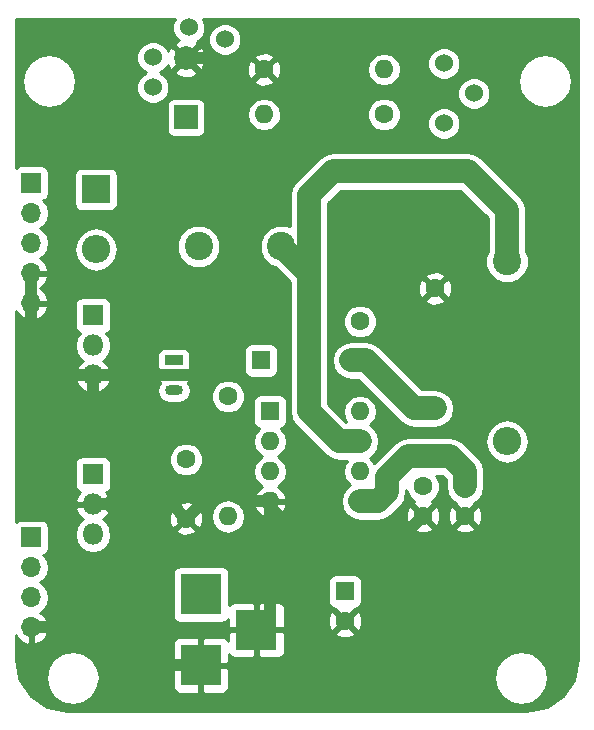
<source format=gbl>
G04 #@! TF.FileFunction,Copper,L2,Bot,Signal*
%FSLAX46Y46*%
G04 Gerber Fmt 4.6, Leading zero omitted, Abs format (unit mm)*
G04 Created by KiCad (PCBNEW 4.0.7) date 10/23/17 00:19:34*
%MOMM*%
%LPD*%
G01*
G04 APERTURE LIST*
%ADD10C,0.100000*%
%ADD11C,1.600000*%
%ADD12R,2.000000X2.000000*%
%ADD13C,2.000000*%
%ADD14R,2.400000X2.400000*%
%ADD15O,2.400000X2.400000*%
%ADD16R,1.600000X1.600000*%
%ADD17O,1.600000X1.600000*%
%ADD18R,3.500000X3.500000*%
%ADD19R,1.700000X1.700000*%
%ADD20O,1.700000X1.700000*%
%ADD21C,2.400000*%
%ADD22O,1.500000X0.900000*%
%ADD23R,1.500000X0.900000*%
%ADD24R,1.800000X1.800000*%
%ADD25O,1.800000X1.800000*%
%ADD26C,1.524000*%
%ADD27C,1.000000*%
%ADD28C,2.000000*%
%ADD29C,0.254000*%
G04 APERTURE END LIST*
D10*
D11*
X169672000Y-122682000D03*
X169672000Y-125182000D03*
X149606000Y-120396000D03*
X149606000Y-125396000D03*
X173228000Y-122682000D03*
X173228000Y-125182000D03*
D12*
X149606000Y-91440000D03*
D13*
X149606000Y-86440000D03*
D14*
X141986000Y-97536000D03*
D15*
X141986000Y-102616000D03*
D16*
X155956000Y-112014000D03*
D17*
X163576000Y-112014000D03*
D18*
X150876000Y-131826000D03*
X150876000Y-137826000D03*
X155576000Y-134826000D03*
D19*
X136500000Y-127000000D03*
D20*
X136500000Y-129540000D03*
X136500000Y-132080000D03*
X136500000Y-134620000D03*
D19*
X136500000Y-97000000D03*
D20*
X136500000Y-99540000D03*
X136500000Y-102080000D03*
X136500000Y-104620000D03*
X136500000Y-107160000D03*
D21*
X157678000Y-102362000D03*
X150678000Y-102362000D03*
D22*
X148590000Y-113284000D03*
X148590000Y-114554000D03*
D23*
X148590000Y-112014000D03*
D24*
X141732000Y-108204000D03*
D25*
X141732000Y-110744000D03*
X141732000Y-113284000D03*
D11*
X164338000Y-108712000D03*
D17*
X164338000Y-96012000D03*
D11*
X170688000Y-105918000D03*
D17*
X170688000Y-116078000D03*
D11*
X153162000Y-115062000D03*
D17*
X153162000Y-125222000D03*
D11*
X166370000Y-91186000D03*
D17*
X156210000Y-91186000D03*
D26*
X173990000Y-89408000D03*
X171450000Y-86868000D03*
X171450000Y-91948000D03*
D11*
X156210000Y-87376000D03*
D17*
X166370000Y-87376000D03*
D21*
X176784000Y-103632000D03*
D15*
X176784000Y-118872000D03*
D16*
X156718000Y-116332000D03*
D17*
X164338000Y-123952000D03*
X156718000Y-118872000D03*
X164338000Y-121412000D03*
X156718000Y-121412000D03*
X164338000Y-118872000D03*
X156718000Y-123952000D03*
X164338000Y-116332000D03*
D24*
X141732000Y-121666000D03*
D25*
X141732000Y-124206000D03*
X141732000Y-126746000D03*
D16*
X163068000Y-131572000D03*
D11*
X163068000Y-134072000D03*
D26*
X145288000Y-96012000D03*
X147828000Y-96012000D03*
X145288000Y-98552000D03*
X146812000Y-86360000D03*
X146812000Y-88900000D03*
X149860000Y-83820000D03*
X152908000Y-84836000D03*
X150368000Y-96012000D03*
X147828000Y-98552000D03*
X150368000Y-98552000D03*
X155956000Y-96012000D03*
X155956000Y-98552000D03*
X148336000Y-128016000D03*
X151384000Y-128016000D03*
D27*
X153670000Y-107188000D02*
X153670000Y-88392000D01*
X150876000Y-113284000D02*
X153670000Y-110490000D01*
X153670000Y-110490000D02*
X153670000Y-107188000D01*
X148590000Y-113284000D02*
X150876000Y-113284000D01*
X151718000Y-86440000D02*
X149606000Y-86440000D01*
X153670000Y-88392000D02*
X151718000Y-86440000D01*
X136500000Y-104620000D02*
X136500000Y-107160000D01*
X136500000Y-107160000D02*
X136500000Y-110592000D01*
X139192000Y-113284000D02*
X141732000Y-113284000D01*
X136500000Y-110592000D02*
X139192000Y-113284000D01*
X148590000Y-113284000D02*
X141732000Y-113284000D01*
X141732000Y-113284000D02*
X141732000Y-115570000D01*
X144018000Y-123190000D02*
X143002000Y-124206000D01*
X144018000Y-117856000D02*
X144018000Y-123190000D01*
X141732000Y-115570000D02*
X144018000Y-117856000D01*
X141732000Y-124206000D02*
X143002000Y-124206000D01*
X144272000Y-125476000D02*
X144272000Y-134620000D01*
X143002000Y-124206000D02*
X144272000Y-125476000D01*
X136500000Y-134620000D02*
X144272000Y-134620000D01*
X144272000Y-134620000D02*
X145034000Y-134620000D01*
X145034000Y-134620000D02*
X148240000Y-137826000D01*
X148240000Y-137826000D02*
X150876000Y-137826000D01*
X156718000Y-123952000D02*
X156718000Y-133684000D01*
X156718000Y-133684000D02*
X155576000Y-134826000D01*
X156718000Y-123952000D02*
X155448000Y-123952000D01*
X151558000Y-123444000D02*
X149606000Y-125396000D01*
X154940000Y-123444000D02*
X151558000Y-123444000D01*
X155448000Y-123952000D02*
X154940000Y-123444000D01*
X141732000Y-124206000D02*
X148416000Y-124206000D01*
X148416000Y-124206000D02*
X149606000Y-125396000D01*
X156718000Y-123952000D02*
X156718000Y-124460000D01*
X156718000Y-124460000D02*
X158496000Y-126238000D01*
X158496000Y-126238000D02*
X168616000Y-126238000D01*
X168616000Y-126238000D02*
X169672000Y-125182000D01*
D28*
X165862000Y-123952000D02*
X164338000Y-123952000D01*
X166624000Y-123190000D02*
X165862000Y-123952000D01*
X166624000Y-121920000D02*
X166624000Y-123190000D01*
X168402000Y-120142000D02*
X166624000Y-121920000D01*
X171958000Y-120142000D02*
X168402000Y-120142000D01*
X173228000Y-121412000D02*
X171958000Y-120142000D01*
X173228000Y-122682000D02*
X173228000Y-121412000D01*
X164846000Y-112014000D02*
X163576000Y-112014000D01*
X168910000Y-116078000D02*
X164846000Y-112014000D01*
X170688000Y-116078000D02*
X168910000Y-116078000D01*
X176784000Y-103632000D02*
X176784000Y-99314000D01*
X173482000Y-96012000D02*
X164338000Y-96012000D01*
X176784000Y-99314000D02*
X173482000Y-96012000D01*
X164338000Y-96012000D02*
X162052000Y-96012000D01*
X160020000Y-98044000D02*
X160020000Y-104704000D01*
X162052000Y-96012000D02*
X160020000Y-98044000D01*
X164338000Y-118872000D02*
X162560000Y-118872000D01*
X160020000Y-104704000D02*
X157678000Y-102362000D01*
X160020000Y-116332000D02*
X160020000Y-104704000D01*
X162560000Y-118872000D02*
X160020000Y-116332000D01*
D29*
G36*
X148463243Y-83540900D02*
X148462758Y-84096661D01*
X148674990Y-84610303D01*
X148981365Y-84917213D01*
X148731736Y-85020613D01*
X148633073Y-85287468D01*
X149606000Y-86260395D01*
X150578927Y-85287468D01*
X150514297Y-85112661D01*
X151510758Y-85112661D01*
X151722990Y-85626303D01*
X152115630Y-86019629D01*
X152628900Y-86232757D01*
X153184661Y-86233242D01*
X153698303Y-86021010D01*
X154091629Y-85628370D01*
X154304757Y-85115100D01*
X154305242Y-84559339D01*
X154093010Y-84045697D01*
X153700370Y-83652371D01*
X153187100Y-83439243D01*
X152631339Y-83438758D01*
X152117697Y-83650990D01*
X151724371Y-84043630D01*
X151511243Y-84556900D01*
X151510758Y-85112661D01*
X150514297Y-85112661D01*
X150497794Y-85068025D01*
X150650303Y-85005010D01*
X151043629Y-84612370D01*
X151256757Y-84099100D01*
X151257242Y-83543339D01*
X151061118Y-83068682D01*
X182815000Y-83068682D01*
X182815000Y-137316215D01*
X182474142Y-139029826D01*
X181541676Y-140425359D01*
X180146142Y-141357824D01*
X178432533Y-141698682D01*
X139567467Y-141698682D01*
X137853856Y-141357824D01*
X136458323Y-140425358D01*
X135525858Y-139029824D01*
X135493543Y-138867365D01*
X137715000Y-138867365D01*
X137888935Y-139741797D01*
X138384261Y-140483104D01*
X139125568Y-140978430D01*
X140000000Y-141152365D01*
X140874432Y-140978430D01*
X141615739Y-140483104D01*
X142111065Y-139741797D01*
X142285000Y-138867365D01*
X142134700Y-138111750D01*
X148491000Y-138111750D01*
X148491000Y-139702309D01*
X148587673Y-139935698D01*
X148766301Y-140114327D01*
X148999690Y-140211000D01*
X150590250Y-140211000D01*
X150749000Y-140052250D01*
X150749000Y-137953000D01*
X151003000Y-137953000D01*
X151003000Y-140052250D01*
X151161750Y-140211000D01*
X152752310Y-140211000D01*
X152985699Y-140114327D01*
X153164327Y-139935698D01*
X153261000Y-139702309D01*
X153261000Y-138867365D01*
X175715000Y-138867365D01*
X175888935Y-139741797D01*
X176384261Y-140483104D01*
X177125568Y-140978430D01*
X178000000Y-141152365D01*
X178874432Y-140978430D01*
X179615739Y-140483104D01*
X180111065Y-139741797D01*
X180285000Y-138867365D01*
X180111065Y-137992933D01*
X179615739Y-137251626D01*
X178874432Y-136756300D01*
X178000000Y-136582365D01*
X177125568Y-136756300D01*
X176384261Y-137251626D01*
X175888935Y-137992933D01*
X175715000Y-138867365D01*
X153261000Y-138867365D01*
X153261000Y-138111750D01*
X153102250Y-137953000D01*
X151003000Y-137953000D01*
X150749000Y-137953000D01*
X148649750Y-137953000D01*
X148491000Y-138111750D01*
X142134700Y-138111750D01*
X142111065Y-137992933D01*
X141615739Y-137251626D01*
X140874432Y-136756300D01*
X140000000Y-136582365D01*
X139125568Y-136756300D01*
X138384261Y-137251626D01*
X137888935Y-137992933D01*
X137715000Y-138867365D01*
X135493543Y-138867365D01*
X135185000Y-137316215D01*
X135185000Y-135282249D01*
X135228355Y-135386924D01*
X135618642Y-135815183D01*
X136143108Y-136061486D01*
X136373000Y-135940819D01*
X136373000Y-134747000D01*
X136627000Y-134747000D01*
X136627000Y-135940819D01*
X136856892Y-136061486D01*
X137094943Y-135949691D01*
X148491000Y-135949691D01*
X148491000Y-137540250D01*
X148649750Y-137699000D01*
X150749000Y-137699000D01*
X150749000Y-135599750D01*
X151003000Y-135599750D01*
X151003000Y-137699000D01*
X153102250Y-137699000D01*
X153261000Y-137540250D01*
X153261000Y-136871304D01*
X153287673Y-136935698D01*
X153466301Y-137114327D01*
X153699690Y-137211000D01*
X155290250Y-137211000D01*
X155449000Y-137052250D01*
X155449000Y-134953000D01*
X155703000Y-134953000D01*
X155703000Y-137052250D01*
X155861750Y-137211000D01*
X157452310Y-137211000D01*
X157685699Y-137114327D01*
X157864327Y-136935698D01*
X157961000Y-136702309D01*
X157961000Y-135111750D01*
X157928995Y-135079745D01*
X162239861Y-135079745D01*
X162313995Y-135325864D01*
X162851223Y-135518965D01*
X163421454Y-135491778D01*
X163822005Y-135325864D01*
X163896139Y-135079745D01*
X163068000Y-134251605D01*
X162239861Y-135079745D01*
X157928995Y-135079745D01*
X157802250Y-134953000D01*
X155703000Y-134953000D01*
X155449000Y-134953000D01*
X153349750Y-134953000D01*
X153191000Y-135111750D01*
X153191000Y-135780696D01*
X153164327Y-135716302D01*
X152985699Y-135537673D01*
X152752310Y-135441000D01*
X151161750Y-135441000D01*
X151003000Y-135599750D01*
X150749000Y-135599750D01*
X150590250Y-135441000D01*
X148999690Y-135441000D01*
X148766301Y-135537673D01*
X148587673Y-135716302D01*
X148491000Y-135949691D01*
X137094943Y-135949691D01*
X137381358Y-135815183D01*
X137771645Y-135386924D01*
X137941476Y-134976890D01*
X137820155Y-134747000D01*
X136627000Y-134747000D01*
X136373000Y-134747000D01*
X136353000Y-134747000D01*
X136353000Y-134493000D01*
X136373000Y-134493000D01*
X136373000Y-134473000D01*
X136627000Y-134473000D01*
X136627000Y-134493000D01*
X137820155Y-134493000D01*
X137941476Y-134263110D01*
X137771645Y-133853076D01*
X137381358Y-133424817D01*
X137238447Y-133357702D01*
X137579147Y-133130054D01*
X137901054Y-132648285D01*
X138014093Y-132080000D01*
X137901054Y-131511715D01*
X137579147Y-131029946D01*
X137249974Y-130810000D01*
X137579147Y-130590054D01*
X137901054Y-130108285D01*
X137907475Y-130076000D01*
X148478560Y-130076000D01*
X148478560Y-133576000D01*
X148522838Y-133811317D01*
X148661910Y-134027441D01*
X148874110Y-134172431D01*
X149126000Y-134223440D01*
X152626000Y-134223440D01*
X152861317Y-134179162D01*
X153077441Y-134040090D01*
X153191000Y-133873891D01*
X153191000Y-134540250D01*
X153349750Y-134699000D01*
X155449000Y-134699000D01*
X155449000Y-132599750D01*
X155703000Y-132599750D01*
X155703000Y-134699000D01*
X157802250Y-134699000D01*
X157961000Y-134540250D01*
X157961000Y-133855223D01*
X161621035Y-133855223D01*
X161648222Y-134425454D01*
X161814136Y-134826005D01*
X162060255Y-134900139D01*
X162888395Y-134072000D01*
X163247605Y-134072000D01*
X164075745Y-134900139D01*
X164321864Y-134826005D01*
X164514965Y-134288777D01*
X164487778Y-133718546D01*
X164321864Y-133317995D01*
X164075745Y-133243861D01*
X163247605Y-134072000D01*
X162888395Y-134072000D01*
X162060255Y-133243861D01*
X161814136Y-133317995D01*
X161621035Y-133855223D01*
X157961000Y-133855223D01*
X157961000Y-132949691D01*
X157864327Y-132716302D01*
X157685699Y-132537673D01*
X157452310Y-132441000D01*
X155861750Y-132441000D01*
X155703000Y-132599750D01*
X155449000Y-132599750D01*
X155290250Y-132441000D01*
X153699690Y-132441000D01*
X153466301Y-132537673D01*
X153287673Y-132716302D01*
X153273440Y-132750663D01*
X153273440Y-130772000D01*
X161620560Y-130772000D01*
X161620560Y-132372000D01*
X161664838Y-132607317D01*
X161803910Y-132823441D01*
X162016110Y-132968431D01*
X162254201Y-133016646D01*
X162239861Y-133064255D01*
X163068000Y-133892395D01*
X163896139Y-133064255D01*
X163881855Y-133016833D01*
X164103317Y-132975162D01*
X164319441Y-132836090D01*
X164464431Y-132623890D01*
X164515440Y-132372000D01*
X164515440Y-130772000D01*
X164471162Y-130536683D01*
X164332090Y-130320559D01*
X164119890Y-130175569D01*
X163868000Y-130124560D01*
X162268000Y-130124560D01*
X162032683Y-130168838D01*
X161816559Y-130307910D01*
X161671569Y-130520110D01*
X161620560Y-130772000D01*
X153273440Y-130772000D01*
X153273440Y-130076000D01*
X153229162Y-129840683D01*
X153090090Y-129624559D01*
X152877890Y-129479569D01*
X152626000Y-129428560D01*
X149126000Y-129428560D01*
X148890683Y-129472838D01*
X148674559Y-129611910D01*
X148529569Y-129824110D01*
X148478560Y-130076000D01*
X137907475Y-130076000D01*
X138014093Y-129540000D01*
X137901054Y-128971715D01*
X137579147Y-128489946D01*
X137537548Y-128462150D01*
X137585317Y-128453162D01*
X137801441Y-128314090D01*
X137946431Y-128101890D01*
X137997440Y-127850000D01*
X137997440Y-126715928D01*
X140197000Y-126715928D01*
X140197000Y-126776072D01*
X140313845Y-127363491D01*
X140646591Y-127861481D01*
X141144581Y-128194227D01*
X141732000Y-128311072D01*
X142319419Y-128194227D01*
X142817409Y-127861481D01*
X143150155Y-127363491D01*
X143267000Y-126776072D01*
X143267000Y-126715928D01*
X143204903Y-126403745D01*
X148777861Y-126403745D01*
X148851995Y-126649864D01*
X149389223Y-126842965D01*
X149959454Y-126815778D01*
X150360005Y-126649864D01*
X150434139Y-126403745D01*
X149606000Y-125575605D01*
X148777861Y-126403745D01*
X143204903Y-126403745D01*
X143150155Y-126128509D01*
X142817409Y-125630519D01*
X142579418Y-125471499D01*
X142898335Y-125179223D01*
X148159035Y-125179223D01*
X148186222Y-125749454D01*
X148352136Y-126150005D01*
X148598255Y-126224139D01*
X149426395Y-125396000D01*
X149785605Y-125396000D01*
X150613745Y-126224139D01*
X150859864Y-126150005D01*
X151052965Y-125612777D01*
X151032994Y-125193887D01*
X151727000Y-125193887D01*
X151727000Y-125250113D01*
X151836233Y-125799264D01*
X152147302Y-126264811D01*
X152612849Y-126575880D01*
X153162000Y-126685113D01*
X153711151Y-126575880D01*
X154176698Y-126264811D01*
X154226855Y-126189745D01*
X168843861Y-126189745D01*
X168917995Y-126435864D01*
X169455223Y-126628965D01*
X170025454Y-126601778D01*
X170426005Y-126435864D01*
X170500139Y-126189745D01*
X172399861Y-126189745D01*
X172473995Y-126435864D01*
X173011223Y-126628965D01*
X173581454Y-126601778D01*
X173982005Y-126435864D01*
X174056139Y-126189745D01*
X173228000Y-125361605D01*
X172399861Y-126189745D01*
X170500139Y-126189745D01*
X169672000Y-125361605D01*
X168843861Y-126189745D01*
X154226855Y-126189745D01*
X154487767Y-125799264D01*
X154597000Y-125250113D01*
X154597000Y-125193887D01*
X154487767Y-124644736D01*
X154258116Y-124301039D01*
X155326096Y-124301039D01*
X155486959Y-124689423D01*
X155862866Y-125104389D01*
X156368959Y-125343914D01*
X156591000Y-125222629D01*
X156591000Y-124079000D01*
X156845000Y-124079000D01*
X156845000Y-125222629D01*
X157067041Y-125343914D01*
X157573134Y-125104389D01*
X157949041Y-124689423D01*
X158109904Y-124301039D01*
X157987915Y-124079000D01*
X156845000Y-124079000D01*
X156591000Y-124079000D01*
X155448085Y-124079000D01*
X155326096Y-124301039D01*
X154258116Y-124301039D01*
X154176698Y-124179189D01*
X153711151Y-123868120D01*
X153162000Y-123758887D01*
X152612849Y-123868120D01*
X152147302Y-124179189D01*
X151836233Y-124644736D01*
X151727000Y-125193887D01*
X151032994Y-125193887D01*
X151025778Y-125042546D01*
X150859864Y-124641995D01*
X150613745Y-124567861D01*
X149785605Y-125396000D01*
X149426395Y-125396000D01*
X148598255Y-124567861D01*
X148352136Y-124641995D01*
X148159035Y-125179223D01*
X142898335Y-125179223D01*
X142969966Y-125113576D01*
X143223046Y-124570742D01*
X143130899Y-124388255D01*
X148777861Y-124388255D01*
X149606000Y-125216395D01*
X150434139Y-124388255D01*
X150360005Y-124142136D01*
X149822777Y-123949035D01*
X149252546Y-123976222D01*
X148851995Y-124142136D01*
X148777861Y-124388255D01*
X143130899Y-124388255D01*
X143102997Y-124333000D01*
X141859000Y-124333000D01*
X141859000Y-124353000D01*
X141605000Y-124353000D01*
X141605000Y-124333000D01*
X140361003Y-124333000D01*
X140240954Y-124570742D01*
X140494034Y-125113576D01*
X140884582Y-125471499D01*
X140646591Y-125630519D01*
X140313845Y-126128509D01*
X140197000Y-126715928D01*
X137997440Y-126715928D01*
X137997440Y-126150000D01*
X137953162Y-125914683D01*
X137814090Y-125698559D01*
X137601890Y-125553569D01*
X137350000Y-125502560D01*
X135650000Y-125502560D01*
X135414683Y-125546838D01*
X135198559Y-125685910D01*
X135185000Y-125705754D01*
X135185000Y-120766000D01*
X140184560Y-120766000D01*
X140184560Y-122566000D01*
X140228838Y-122801317D01*
X140367910Y-123017441D01*
X140580110Y-123162431D01*
X140631146Y-123172766D01*
X140494034Y-123298424D01*
X140240954Y-123841258D01*
X140361003Y-124079000D01*
X141605000Y-124079000D01*
X141605000Y-124059000D01*
X141859000Y-124059000D01*
X141859000Y-124079000D01*
X143102997Y-124079000D01*
X143223046Y-123841258D01*
X142969966Y-123298424D01*
X142835462Y-123175156D01*
X142867317Y-123169162D01*
X143083441Y-123030090D01*
X143228431Y-122817890D01*
X143279440Y-122566000D01*
X143279440Y-120766000D01*
X143263294Y-120680187D01*
X148170752Y-120680187D01*
X148388757Y-121207800D01*
X148792077Y-121611824D01*
X149319309Y-121830750D01*
X149890187Y-121831248D01*
X150417800Y-121613243D01*
X150821824Y-121209923D01*
X151040750Y-120682691D01*
X151041248Y-120111813D01*
X150823243Y-119584200D01*
X150419923Y-119180176D01*
X149892691Y-118961250D01*
X149321813Y-118960752D01*
X148794200Y-119178757D01*
X148390176Y-119582077D01*
X148171250Y-120109309D01*
X148170752Y-120680187D01*
X143263294Y-120680187D01*
X143235162Y-120530683D01*
X143096090Y-120314559D01*
X142883890Y-120169569D01*
X142632000Y-120118560D01*
X140832000Y-120118560D01*
X140596683Y-120162838D01*
X140380559Y-120301910D01*
X140235569Y-120514110D01*
X140184560Y-120766000D01*
X135185000Y-120766000D01*
X135185000Y-118872000D01*
X155254887Y-118872000D01*
X155364120Y-119421151D01*
X155675189Y-119886698D01*
X156057275Y-120142000D01*
X155675189Y-120397302D01*
X155364120Y-120862849D01*
X155254887Y-121412000D01*
X155364120Y-121961151D01*
X155675189Y-122426698D01*
X156079703Y-122696986D01*
X155862866Y-122799611D01*
X155486959Y-123214577D01*
X155326096Y-123602961D01*
X155448085Y-123825000D01*
X156591000Y-123825000D01*
X156591000Y-123805000D01*
X156845000Y-123805000D01*
X156845000Y-123825000D01*
X157987915Y-123825000D01*
X158109904Y-123602961D01*
X157949041Y-123214577D01*
X157573134Y-122799611D01*
X157356297Y-122696986D01*
X157760811Y-122426698D01*
X158071880Y-121961151D01*
X158181113Y-121412000D01*
X158071880Y-120862849D01*
X157760811Y-120397302D01*
X157378725Y-120142000D01*
X157760811Y-119886698D01*
X158071880Y-119421151D01*
X158181113Y-118872000D01*
X158071880Y-118322849D01*
X157760811Y-117857302D01*
X157616535Y-117760899D01*
X157753317Y-117735162D01*
X157969441Y-117596090D01*
X158114431Y-117383890D01*
X158165440Y-117132000D01*
X158165440Y-115532000D01*
X158121162Y-115296683D01*
X157982090Y-115080559D01*
X157769890Y-114935569D01*
X157518000Y-114884560D01*
X155918000Y-114884560D01*
X155682683Y-114928838D01*
X155466559Y-115067910D01*
X155321569Y-115280110D01*
X155270560Y-115532000D01*
X155270560Y-117132000D01*
X155314838Y-117367317D01*
X155453910Y-117583441D01*
X155666110Y-117728431D01*
X155821089Y-117759815D01*
X155675189Y-117857302D01*
X155364120Y-118322849D01*
X155254887Y-118872000D01*
X135185000Y-118872000D01*
X135185000Y-113648742D01*
X140240954Y-113648742D01*
X140494034Y-114191576D01*
X140935583Y-114596240D01*
X141367260Y-114775036D01*
X141605000Y-114654378D01*
X141605000Y-113411000D01*
X141859000Y-113411000D01*
X141859000Y-114654378D01*
X142096740Y-114775036D01*
X142528417Y-114596240D01*
X142574507Y-114554000D01*
X147177866Y-114554000D01*
X147260457Y-114969212D01*
X147495655Y-115321211D01*
X147847654Y-115556409D01*
X148262866Y-115639000D01*
X148917134Y-115639000D01*
X149332346Y-115556409D01*
X149646965Y-115346187D01*
X151726752Y-115346187D01*
X151944757Y-115873800D01*
X152348077Y-116277824D01*
X152875309Y-116496750D01*
X153446187Y-116497248D01*
X153973800Y-116279243D01*
X154377824Y-115875923D01*
X154596750Y-115348691D01*
X154597248Y-114777813D01*
X154379243Y-114250200D01*
X153975923Y-113846176D01*
X153448691Y-113627250D01*
X152877813Y-113626752D01*
X152350200Y-113844757D01*
X151946176Y-114248077D01*
X151727250Y-114775309D01*
X151726752Y-115346187D01*
X149646965Y-115346187D01*
X149684345Y-115321211D01*
X149919543Y-114969212D01*
X150002134Y-114554000D01*
X149919543Y-114138788D01*
X149769830Y-113914726D01*
X149934408Y-113578001D01*
X149807502Y-113411000D01*
X148717000Y-113411000D01*
X148717000Y-113431000D01*
X148463000Y-113431000D01*
X148463000Y-113411000D01*
X147372498Y-113411000D01*
X147245592Y-113578001D01*
X147410170Y-113914726D01*
X147260457Y-114138788D01*
X147177866Y-114554000D01*
X142574507Y-114554000D01*
X142969966Y-114191576D01*
X143223046Y-113648742D01*
X143102997Y-113411000D01*
X141859000Y-113411000D01*
X141605000Y-113411000D01*
X140361003Y-113411000D01*
X140240954Y-113648742D01*
X135185000Y-113648742D01*
X135185000Y-107822249D01*
X135228355Y-107926924D01*
X135618642Y-108355183D01*
X136143108Y-108601486D01*
X136373000Y-108480819D01*
X136373000Y-107287000D01*
X136627000Y-107287000D01*
X136627000Y-108480819D01*
X136856892Y-108601486D01*
X137381358Y-108355183D01*
X137771645Y-107926924D01*
X137941476Y-107516890D01*
X137829127Y-107304000D01*
X140184560Y-107304000D01*
X140184560Y-109104000D01*
X140228838Y-109339317D01*
X140367910Y-109555441D01*
X140580110Y-109700431D01*
X140596344Y-109703719D01*
X140313845Y-110126509D01*
X140197000Y-110713928D01*
X140197000Y-110774072D01*
X140313845Y-111361491D01*
X140646591Y-111859481D01*
X140884582Y-112018501D01*
X140494034Y-112376424D01*
X140240954Y-112919258D01*
X140361003Y-113157000D01*
X141605000Y-113157000D01*
X141605000Y-113137000D01*
X141859000Y-113137000D01*
X141859000Y-113157000D01*
X143102997Y-113157000D01*
X143223046Y-112919258D01*
X142969966Y-112376424D01*
X142579418Y-112018501D01*
X142817409Y-111859481D01*
X143014842Y-111564000D01*
X147192560Y-111564000D01*
X147192560Y-112464000D01*
X147236838Y-112699317D01*
X147322558Y-112832529D01*
X147245592Y-112989999D01*
X147372498Y-113157000D01*
X148463000Y-113157000D01*
X148463000Y-113137000D01*
X148717000Y-113137000D01*
X148717000Y-113157000D01*
X149807502Y-113157000D01*
X149934408Y-112989999D01*
X149857147Y-112831925D01*
X149936431Y-112715890D01*
X149987440Y-112464000D01*
X149987440Y-111564000D01*
X149943162Y-111328683D01*
X149869366Y-111214000D01*
X154508560Y-111214000D01*
X154508560Y-112814000D01*
X154552838Y-113049317D01*
X154691910Y-113265441D01*
X154904110Y-113410431D01*
X155156000Y-113461440D01*
X156756000Y-113461440D01*
X156991317Y-113417162D01*
X157207441Y-113278090D01*
X157352431Y-113065890D01*
X157403440Y-112814000D01*
X157403440Y-111214000D01*
X157359162Y-110978683D01*
X157220090Y-110762559D01*
X157007890Y-110617569D01*
X156756000Y-110566560D01*
X155156000Y-110566560D01*
X154920683Y-110610838D01*
X154704559Y-110749910D01*
X154559569Y-110962110D01*
X154508560Y-111214000D01*
X149869366Y-111214000D01*
X149804090Y-111112559D01*
X149591890Y-110967569D01*
X149340000Y-110916560D01*
X147840000Y-110916560D01*
X147604683Y-110960838D01*
X147388559Y-111099910D01*
X147243569Y-111312110D01*
X147192560Y-111564000D01*
X143014842Y-111564000D01*
X143150155Y-111361491D01*
X143267000Y-110774072D01*
X143267000Y-110713928D01*
X143150155Y-110126509D01*
X142869163Y-109705974D01*
X143083441Y-109568090D01*
X143228431Y-109355890D01*
X143279440Y-109104000D01*
X143279440Y-107304000D01*
X143235162Y-107068683D01*
X143096090Y-106852559D01*
X142883890Y-106707569D01*
X142632000Y-106656560D01*
X140832000Y-106656560D01*
X140596683Y-106700838D01*
X140380559Y-106839910D01*
X140235569Y-107052110D01*
X140184560Y-107304000D01*
X137829127Y-107304000D01*
X137820155Y-107287000D01*
X136627000Y-107287000D01*
X136373000Y-107287000D01*
X136353000Y-107287000D01*
X136353000Y-107033000D01*
X136373000Y-107033000D01*
X136373000Y-104747000D01*
X136627000Y-104747000D01*
X136627000Y-107033000D01*
X137820155Y-107033000D01*
X137941476Y-106803110D01*
X137771645Y-106393076D01*
X137381358Y-105964817D01*
X137222046Y-105890000D01*
X137381358Y-105815183D01*
X137771645Y-105386924D01*
X137941476Y-104976890D01*
X137820155Y-104747000D01*
X136627000Y-104747000D01*
X136373000Y-104747000D01*
X136353000Y-104747000D01*
X136353000Y-104493000D01*
X136373000Y-104493000D01*
X136373000Y-104473000D01*
X136627000Y-104473000D01*
X136627000Y-104493000D01*
X137820155Y-104493000D01*
X137941476Y-104263110D01*
X137771645Y-103853076D01*
X137381358Y-103424817D01*
X137238447Y-103357702D01*
X137579147Y-103130054D01*
X137901054Y-102648285D01*
X137914626Y-102580050D01*
X140151000Y-102580050D01*
X140151000Y-102651950D01*
X140290681Y-103354174D01*
X140688459Y-103949491D01*
X141283776Y-104347269D01*
X141986000Y-104486950D01*
X142688224Y-104347269D01*
X143283541Y-103949491D01*
X143681319Y-103354174D01*
X143806389Y-102725403D01*
X148842682Y-102725403D01*
X149121455Y-103400086D01*
X149637199Y-103916730D01*
X150311395Y-104196681D01*
X151041403Y-104197318D01*
X151716086Y-103918545D01*
X152232730Y-103402801D01*
X152512681Y-102728605D01*
X152512683Y-102725403D01*
X155842682Y-102725403D01*
X156121455Y-103400086D01*
X156637199Y-103916730D01*
X157121654Y-104117893D01*
X158385000Y-105381239D01*
X158385000Y-116331995D01*
X158384999Y-116332000D01*
X158509457Y-116957688D01*
X158863880Y-117488120D01*
X161403878Y-120028117D01*
X161403880Y-120028120D01*
X161934313Y-120382543D01*
X162560000Y-120507000D01*
X163221891Y-120507000D01*
X162984120Y-120862849D01*
X162874887Y-121412000D01*
X162984120Y-121961151D01*
X163295189Y-122426698D01*
X163514795Y-122573434D01*
X163181880Y-122795880D01*
X162827457Y-123326313D01*
X162703000Y-123952000D01*
X162827457Y-124577687D01*
X163181880Y-125108120D01*
X163712313Y-125462543D01*
X164338000Y-125587000D01*
X165861995Y-125587000D01*
X165862000Y-125587001D01*
X166487688Y-125462543D01*
X167018120Y-125108120D01*
X167161016Y-124965223D01*
X168225035Y-124965223D01*
X168252222Y-125535454D01*
X168418136Y-125936005D01*
X168664255Y-126010139D01*
X169492395Y-125182000D01*
X169851605Y-125182000D01*
X170679745Y-126010139D01*
X170925864Y-125936005D01*
X171118965Y-125398777D01*
X171098295Y-124965223D01*
X171781035Y-124965223D01*
X171808222Y-125535454D01*
X171974136Y-125936005D01*
X172220255Y-126010139D01*
X173048395Y-125182000D01*
X173407605Y-125182000D01*
X174235745Y-126010139D01*
X174481864Y-125936005D01*
X174674965Y-125398777D01*
X174647778Y-124828546D01*
X174481864Y-124427995D01*
X174235745Y-124353861D01*
X173407605Y-125182000D01*
X173048395Y-125182000D01*
X172220255Y-124353861D01*
X171974136Y-124427995D01*
X171781035Y-124965223D01*
X171098295Y-124965223D01*
X171091778Y-124828546D01*
X170925864Y-124427995D01*
X170679745Y-124353861D01*
X169851605Y-125182000D01*
X169492395Y-125182000D01*
X168664255Y-124353861D01*
X168418136Y-124427995D01*
X168225035Y-124965223D01*
X167161016Y-124965223D01*
X167780117Y-124346122D01*
X167780120Y-124346120D01*
X168134543Y-123815687D01*
X168186397Y-123555001D01*
X168259001Y-123190000D01*
X168259000Y-123189995D01*
X168259000Y-123020031D01*
X168454757Y-123493800D01*
X168858077Y-123897824D01*
X168924544Y-123925423D01*
X168917995Y-123928136D01*
X168843861Y-124174255D01*
X169672000Y-125002395D01*
X170500139Y-124174255D01*
X170426005Y-123928136D01*
X170419517Y-123925804D01*
X170483800Y-123899243D01*
X170887824Y-123495923D01*
X171106750Y-122968691D01*
X171107248Y-122397813D01*
X170889243Y-121870200D01*
X170796205Y-121777000D01*
X171280760Y-121777000D01*
X171593000Y-122089239D01*
X171593000Y-122682000D01*
X171717457Y-123307687D01*
X172071880Y-123838120D01*
X172429195Y-124076869D01*
X172399861Y-124174255D01*
X173228000Y-125002395D01*
X174056139Y-124174255D01*
X174026805Y-124076869D01*
X174384120Y-123838120D01*
X174738543Y-123307687D01*
X174863000Y-122682000D01*
X174863000Y-121412000D01*
X174738543Y-120786313D01*
X174738543Y-120786312D01*
X174556663Y-120514110D01*
X174384120Y-120255880D01*
X174384117Y-120255878D01*
X173114120Y-118985880D01*
X172889884Y-118836050D01*
X174949000Y-118836050D01*
X174949000Y-118907950D01*
X175088681Y-119610174D01*
X175486459Y-120205491D01*
X176081776Y-120603269D01*
X176784000Y-120742950D01*
X177486224Y-120603269D01*
X178081541Y-120205491D01*
X178479319Y-119610174D01*
X178619000Y-118907950D01*
X178619000Y-118836050D01*
X178479319Y-118133826D01*
X178081541Y-117538509D01*
X177486224Y-117140731D01*
X176784000Y-117001050D01*
X176081776Y-117140731D01*
X175486459Y-117538509D01*
X175088681Y-118133826D01*
X174949000Y-118836050D01*
X172889884Y-118836050D01*
X172583688Y-118631457D01*
X171958000Y-118506999D01*
X171957995Y-118507000D01*
X168402005Y-118507000D01*
X168402000Y-118506999D01*
X167776313Y-118631457D01*
X167245880Y-118985880D01*
X167245878Y-118985883D01*
X165562517Y-120669243D01*
X165380811Y-120397302D01*
X165161205Y-120250566D01*
X165494120Y-120028120D01*
X165848543Y-119497687D01*
X165973000Y-118872000D01*
X165848543Y-118246313D01*
X165494120Y-117715880D01*
X165161205Y-117493434D01*
X165380811Y-117346698D01*
X165691880Y-116881151D01*
X165801113Y-116332000D01*
X165691880Y-115782849D01*
X165380811Y-115317302D01*
X164915264Y-115006233D01*
X164366113Y-114897000D01*
X164309887Y-114897000D01*
X163760736Y-115006233D01*
X163295189Y-115317302D01*
X162984120Y-115782849D01*
X162874887Y-116332000D01*
X162984120Y-116881151D01*
X163190985Y-117190746D01*
X161655000Y-115654760D01*
X161655000Y-112014000D01*
X161941000Y-112014000D01*
X162065457Y-112639687D01*
X162419880Y-113170120D01*
X162950313Y-113524543D01*
X163576000Y-113649000D01*
X164168760Y-113649000D01*
X167753880Y-117234120D01*
X168284312Y-117588543D01*
X168910000Y-117713001D01*
X168910005Y-117713000D01*
X170688000Y-117713000D01*
X171313687Y-117588543D01*
X171844120Y-117234120D01*
X172198543Y-116703687D01*
X172323000Y-116078000D01*
X172198543Y-115452313D01*
X171844120Y-114921880D01*
X171313687Y-114567457D01*
X170688000Y-114443000D01*
X169587240Y-114443000D01*
X166002120Y-110857880D01*
X165471688Y-110503457D01*
X164846000Y-110378999D01*
X164845995Y-110379000D01*
X163576000Y-110379000D01*
X162950313Y-110503457D01*
X162419880Y-110857880D01*
X162065457Y-111388313D01*
X161941000Y-112014000D01*
X161655000Y-112014000D01*
X161655000Y-108996187D01*
X162902752Y-108996187D01*
X163120757Y-109523800D01*
X163524077Y-109927824D01*
X164051309Y-110146750D01*
X164622187Y-110147248D01*
X165149800Y-109929243D01*
X165553824Y-109525923D01*
X165772750Y-108998691D01*
X165773248Y-108427813D01*
X165555243Y-107900200D01*
X165151923Y-107496176D01*
X164624691Y-107277250D01*
X164053813Y-107276752D01*
X163526200Y-107494757D01*
X163122176Y-107898077D01*
X162903250Y-108425309D01*
X162902752Y-108996187D01*
X161655000Y-108996187D01*
X161655000Y-106925745D01*
X169859861Y-106925745D01*
X169933995Y-107171864D01*
X170471223Y-107364965D01*
X171041454Y-107337778D01*
X171442005Y-107171864D01*
X171516139Y-106925745D01*
X170688000Y-106097605D01*
X169859861Y-106925745D01*
X161655000Y-106925745D01*
X161655000Y-105701223D01*
X169241035Y-105701223D01*
X169268222Y-106271454D01*
X169434136Y-106672005D01*
X169680255Y-106746139D01*
X170508395Y-105918000D01*
X170867605Y-105918000D01*
X171695745Y-106746139D01*
X171941864Y-106672005D01*
X172134965Y-106134777D01*
X172107778Y-105564546D01*
X171941864Y-105163995D01*
X171695745Y-105089861D01*
X170867605Y-105918000D01*
X170508395Y-105918000D01*
X169680255Y-105089861D01*
X169434136Y-105163995D01*
X169241035Y-105701223D01*
X161655000Y-105701223D01*
X161655000Y-104910255D01*
X169859861Y-104910255D01*
X170688000Y-105738395D01*
X171516139Y-104910255D01*
X171442005Y-104664136D01*
X170904777Y-104471035D01*
X170334546Y-104498222D01*
X169933995Y-104664136D01*
X169859861Y-104910255D01*
X161655000Y-104910255D01*
X161655000Y-98721240D01*
X162729240Y-97647000D01*
X172804760Y-97647000D01*
X175149000Y-99991239D01*
X175149000Y-102784510D01*
X174949319Y-103265395D01*
X174948682Y-103995403D01*
X175227455Y-104670086D01*
X175743199Y-105186730D01*
X176417395Y-105466681D01*
X177147403Y-105467318D01*
X177822086Y-105188545D01*
X178338730Y-104672801D01*
X178618681Y-103998605D01*
X178619318Y-103268597D01*
X178419000Y-102783790D01*
X178419000Y-99314000D01*
X178294543Y-98688313D01*
X178294543Y-98688312D01*
X178152581Y-98475851D01*
X177940120Y-98157880D01*
X177940117Y-98157878D01*
X174638120Y-94855880D01*
X174107688Y-94501457D01*
X173482000Y-94376999D01*
X173481995Y-94377000D01*
X162052005Y-94377000D01*
X162052000Y-94376999D01*
X161426312Y-94501457D01*
X160895880Y-94855880D01*
X158863880Y-96887880D01*
X158509457Y-97418312D01*
X158384999Y-98044000D01*
X158385000Y-98044005D01*
X158385000Y-100668664D01*
X158044605Y-100527319D01*
X157314597Y-100526682D01*
X156639914Y-100805455D01*
X156123270Y-101321199D01*
X155843319Y-101995395D01*
X155842682Y-102725403D01*
X152512683Y-102725403D01*
X152513318Y-101998597D01*
X152234545Y-101323914D01*
X151718801Y-100807270D01*
X151044605Y-100527319D01*
X150314597Y-100526682D01*
X149639914Y-100805455D01*
X149123270Y-101321199D01*
X148843319Y-101995395D01*
X148842682Y-102725403D01*
X143806389Y-102725403D01*
X143821000Y-102651950D01*
X143821000Y-102580050D01*
X143681319Y-101877826D01*
X143283541Y-101282509D01*
X142688224Y-100884731D01*
X141986000Y-100745050D01*
X141283776Y-100884731D01*
X140688459Y-101282509D01*
X140290681Y-101877826D01*
X140151000Y-102580050D01*
X137914626Y-102580050D01*
X138014093Y-102080000D01*
X137901054Y-101511715D01*
X137579147Y-101029946D01*
X137249974Y-100810000D01*
X137579147Y-100590054D01*
X137901054Y-100108285D01*
X138014093Y-99540000D01*
X137901054Y-98971715D01*
X137579147Y-98489946D01*
X137537548Y-98462150D01*
X137585317Y-98453162D01*
X137801441Y-98314090D01*
X137946431Y-98101890D01*
X137997440Y-97850000D01*
X137997440Y-96336000D01*
X140138560Y-96336000D01*
X140138560Y-98736000D01*
X140182838Y-98971317D01*
X140321910Y-99187441D01*
X140534110Y-99332431D01*
X140786000Y-99383440D01*
X143186000Y-99383440D01*
X143421317Y-99339162D01*
X143637441Y-99200090D01*
X143782431Y-98987890D01*
X143833440Y-98736000D01*
X143833440Y-96336000D01*
X143789162Y-96100683D01*
X143650090Y-95884559D01*
X143437890Y-95739569D01*
X143186000Y-95688560D01*
X140786000Y-95688560D01*
X140550683Y-95732838D01*
X140334559Y-95871910D01*
X140189569Y-96084110D01*
X140138560Y-96336000D01*
X137997440Y-96336000D01*
X137997440Y-96150000D01*
X137953162Y-95914683D01*
X137814090Y-95698559D01*
X137601890Y-95553569D01*
X137350000Y-95502560D01*
X135650000Y-95502560D01*
X135414683Y-95546838D01*
X135198559Y-95685910D01*
X135185000Y-95705754D01*
X135185000Y-88367365D01*
X135715000Y-88367365D01*
X135888935Y-89241797D01*
X136384261Y-89983104D01*
X137125568Y-90478430D01*
X138000000Y-90652365D01*
X138874432Y-90478430D01*
X138931946Y-90440000D01*
X147958560Y-90440000D01*
X147958560Y-92440000D01*
X148002838Y-92675317D01*
X148141910Y-92891441D01*
X148354110Y-93036431D01*
X148606000Y-93087440D01*
X150606000Y-93087440D01*
X150841317Y-93043162D01*
X151057441Y-92904090D01*
X151202431Y-92691890D01*
X151253440Y-92440000D01*
X151253440Y-91186000D01*
X154746887Y-91186000D01*
X154856120Y-91735151D01*
X155167189Y-92200698D01*
X155632736Y-92511767D01*
X156181887Y-92621000D01*
X156238113Y-92621000D01*
X156787264Y-92511767D01*
X157252811Y-92200698D01*
X157563880Y-91735151D01*
X157616584Y-91470187D01*
X164934752Y-91470187D01*
X165152757Y-91997800D01*
X165556077Y-92401824D01*
X166083309Y-92620750D01*
X166654187Y-92621248D01*
X167181800Y-92403243D01*
X167360693Y-92224661D01*
X170052758Y-92224661D01*
X170264990Y-92738303D01*
X170657630Y-93131629D01*
X171170900Y-93344757D01*
X171726661Y-93345242D01*
X172240303Y-93133010D01*
X172633629Y-92740370D01*
X172846757Y-92227100D01*
X172847242Y-91671339D01*
X172635010Y-91157697D01*
X172242370Y-90764371D01*
X171729100Y-90551243D01*
X171173339Y-90550758D01*
X170659697Y-90762990D01*
X170266371Y-91155630D01*
X170053243Y-91668900D01*
X170052758Y-92224661D01*
X167360693Y-92224661D01*
X167585824Y-91999923D01*
X167804750Y-91472691D01*
X167805248Y-90901813D01*
X167587243Y-90374200D01*
X167183923Y-89970176D01*
X166656691Y-89751250D01*
X166085813Y-89750752D01*
X165558200Y-89968757D01*
X165154176Y-90372077D01*
X164935250Y-90899309D01*
X164934752Y-91470187D01*
X157616584Y-91470187D01*
X157673113Y-91186000D01*
X157563880Y-90636849D01*
X157252811Y-90171302D01*
X156787264Y-89860233D01*
X156238113Y-89751000D01*
X156181887Y-89751000D01*
X155632736Y-89860233D01*
X155167189Y-90171302D01*
X154856120Y-90636849D01*
X154746887Y-91186000D01*
X151253440Y-91186000D01*
X151253440Y-90440000D01*
X151209162Y-90204683D01*
X151070090Y-89988559D01*
X150857890Y-89843569D01*
X150606000Y-89792560D01*
X148606000Y-89792560D01*
X148370683Y-89836838D01*
X148154559Y-89975910D01*
X148009569Y-90188110D01*
X147958560Y-90440000D01*
X138931946Y-90440000D01*
X139615739Y-89983104D01*
X140111065Y-89241797D01*
X140285000Y-88367365D01*
X140111065Y-87492933D01*
X139615739Y-86751626D01*
X139443682Y-86636661D01*
X145414758Y-86636661D01*
X145626990Y-87150303D01*
X146019630Y-87543629D01*
X146227512Y-87629949D01*
X146021697Y-87714990D01*
X145628371Y-88107630D01*
X145415243Y-88620900D01*
X145414758Y-89176661D01*
X145626990Y-89690303D01*
X146019630Y-90083629D01*
X146532900Y-90296757D01*
X147088661Y-90297242D01*
X147602303Y-90085010D01*
X147995629Y-89692370D01*
X147998830Y-89684661D01*
X172592758Y-89684661D01*
X172804990Y-90198303D01*
X173197630Y-90591629D01*
X173710900Y-90804757D01*
X174266661Y-90805242D01*
X174780303Y-90593010D01*
X175173629Y-90200370D01*
X175386757Y-89687100D01*
X175387242Y-89131339D01*
X175175010Y-88617697D01*
X174925115Y-88367365D01*
X177715000Y-88367365D01*
X177888935Y-89241797D01*
X178384261Y-89983104D01*
X179125568Y-90478430D01*
X180000000Y-90652365D01*
X180874432Y-90478430D01*
X181615739Y-89983104D01*
X182111065Y-89241797D01*
X182285000Y-88367365D01*
X182111065Y-87492933D01*
X181615739Y-86751626D01*
X180874432Y-86256300D01*
X180000000Y-86082365D01*
X179125568Y-86256300D01*
X178384261Y-86751626D01*
X177888935Y-87492933D01*
X177715000Y-88367365D01*
X174925115Y-88367365D01*
X174782370Y-88224371D01*
X174269100Y-88011243D01*
X173713339Y-88010758D01*
X173199697Y-88222990D01*
X172806371Y-88615630D01*
X172593243Y-89128900D01*
X172592758Y-89684661D01*
X147998830Y-89684661D01*
X148208757Y-89179100D01*
X148209242Y-88623339D01*
X148110245Y-88383745D01*
X155381861Y-88383745D01*
X155455995Y-88629864D01*
X155993223Y-88822965D01*
X156563454Y-88795778D01*
X156964005Y-88629864D01*
X157038139Y-88383745D01*
X156210000Y-87555605D01*
X155381861Y-88383745D01*
X148110245Y-88383745D01*
X147997010Y-88109697D01*
X147604370Y-87716371D01*
X147396488Y-87630051D01*
X147487290Y-87592532D01*
X148633073Y-87592532D01*
X148731736Y-87859387D01*
X149341461Y-88085908D01*
X149991460Y-88061856D01*
X150480264Y-87859387D01*
X150578927Y-87592532D01*
X149606000Y-86619605D01*
X148633073Y-87592532D01*
X147487290Y-87592532D01*
X147602303Y-87545010D01*
X147995629Y-87152370D01*
X148057668Y-87002963D01*
X148186613Y-87314264D01*
X148453468Y-87412927D01*
X149426395Y-86440000D01*
X149785605Y-86440000D01*
X150758532Y-87412927D01*
X151025387Y-87314264D01*
X151082986Y-87159223D01*
X154763035Y-87159223D01*
X154790222Y-87729454D01*
X154956136Y-88130005D01*
X155202255Y-88204139D01*
X156030395Y-87376000D01*
X156389605Y-87376000D01*
X157217745Y-88204139D01*
X157463864Y-88130005D01*
X157656965Y-87592777D01*
X157646630Y-87376000D01*
X164906887Y-87376000D01*
X165016120Y-87925151D01*
X165327189Y-88390698D01*
X165792736Y-88701767D01*
X166341887Y-88811000D01*
X166398113Y-88811000D01*
X166947264Y-88701767D01*
X167412811Y-88390698D01*
X167723880Y-87925151D01*
X167833113Y-87376000D01*
X167787097Y-87144661D01*
X170052758Y-87144661D01*
X170264990Y-87658303D01*
X170657630Y-88051629D01*
X171170900Y-88264757D01*
X171726661Y-88265242D01*
X172240303Y-88053010D01*
X172633629Y-87660370D01*
X172846757Y-87147100D01*
X172847242Y-86591339D01*
X172635010Y-86077697D01*
X172242370Y-85684371D01*
X171729100Y-85471243D01*
X171173339Y-85470758D01*
X170659697Y-85682990D01*
X170266371Y-86075630D01*
X170053243Y-86588900D01*
X170052758Y-87144661D01*
X167787097Y-87144661D01*
X167723880Y-86826849D01*
X167412811Y-86361302D01*
X166947264Y-86050233D01*
X166398113Y-85941000D01*
X166341887Y-85941000D01*
X165792736Y-86050233D01*
X165327189Y-86361302D01*
X165016120Y-86826849D01*
X164906887Y-87376000D01*
X157646630Y-87376000D01*
X157629778Y-87022546D01*
X157463864Y-86621995D01*
X157217745Y-86547861D01*
X156389605Y-87376000D01*
X156030395Y-87376000D01*
X155202255Y-86547861D01*
X154956136Y-86621995D01*
X154763035Y-87159223D01*
X151082986Y-87159223D01*
X151251908Y-86704539D01*
X151239465Y-86368255D01*
X155381861Y-86368255D01*
X156210000Y-87196395D01*
X157038139Y-86368255D01*
X156964005Y-86122136D01*
X156426777Y-85929035D01*
X155856546Y-85956222D01*
X155455995Y-86122136D01*
X155381861Y-86368255D01*
X151239465Y-86368255D01*
X151227856Y-86054540D01*
X151025387Y-85565736D01*
X150758532Y-85467073D01*
X149785605Y-86440000D01*
X149426395Y-86440000D01*
X148453468Y-85467073D01*
X148186613Y-85565736D01*
X148096072Y-85809445D01*
X147997010Y-85569697D01*
X147604370Y-85176371D01*
X147091100Y-84963243D01*
X146535339Y-84962758D01*
X146021697Y-85174990D01*
X145628371Y-85567630D01*
X145415243Y-86080900D01*
X145414758Y-86636661D01*
X139443682Y-86636661D01*
X138874432Y-86256300D01*
X138000000Y-86082365D01*
X137125568Y-86256300D01*
X136384261Y-86751626D01*
X135888935Y-87492933D01*
X135715000Y-88367365D01*
X135185000Y-88367365D01*
X135185000Y-83068682D01*
X148659325Y-83068682D01*
X148463243Y-83540900D01*
X148463243Y-83540900D01*
G37*
X148463243Y-83540900D02*
X148462758Y-84096661D01*
X148674990Y-84610303D01*
X148981365Y-84917213D01*
X148731736Y-85020613D01*
X148633073Y-85287468D01*
X149606000Y-86260395D01*
X150578927Y-85287468D01*
X150514297Y-85112661D01*
X151510758Y-85112661D01*
X151722990Y-85626303D01*
X152115630Y-86019629D01*
X152628900Y-86232757D01*
X153184661Y-86233242D01*
X153698303Y-86021010D01*
X154091629Y-85628370D01*
X154304757Y-85115100D01*
X154305242Y-84559339D01*
X154093010Y-84045697D01*
X153700370Y-83652371D01*
X153187100Y-83439243D01*
X152631339Y-83438758D01*
X152117697Y-83650990D01*
X151724371Y-84043630D01*
X151511243Y-84556900D01*
X151510758Y-85112661D01*
X150514297Y-85112661D01*
X150497794Y-85068025D01*
X150650303Y-85005010D01*
X151043629Y-84612370D01*
X151256757Y-84099100D01*
X151257242Y-83543339D01*
X151061118Y-83068682D01*
X182815000Y-83068682D01*
X182815000Y-137316215D01*
X182474142Y-139029826D01*
X181541676Y-140425359D01*
X180146142Y-141357824D01*
X178432533Y-141698682D01*
X139567467Y-141698682D01*
X137853856Y-141357824D01*
X136458323Y-140425358D01*
X135525858Y-139029824D01*
X135493543Y-138867365D01*
X137715000Y-138867365D01*
X137888935Y-139741797D01*
X138384261Y-140483104D01*
X139125568Y-140978430D01*
X140000000Y-141152365D01*
X140874432Y-140978430D01*
X141615739Y-140483104D01*
X142111065Y-139741797D01*
X142285000Y-138867365D01*
X142134700Y-138111750D01*
X148491000Y-138111750D01*
X148491000Y-139702309D01*
X148587673Y-139935698D01*
X148766301Y-140114327D01*
X148999690Y-140211000D01*
X150590250Y-140211000D01*
X150749000Y-140052250D01*
X150749000Y-137953000D01*
X151003000Y-137953000D01*
X151003000Y-140052250D01*
X151161750Y-140211000D01*
X152752310Y-140211000D01*
X152985699Y-140114327D01*
X153164327Y-139935698D01*
X153261000Y-139702309D01*
X153261000Y-138867365D01*
X175715000Y-138867365D01*
X175888935Y-139741797D01*
X176384261Y-140483104D01*
X177125568Y-140978430D01*
X178000000Y-141152365D01*
X178874432Y-140978430D01*
X179615739Y-140483104D01*
X180111065Y-139741797D01*
X180285000Y-138867365D01*
X180111065Y-137992933D01*
X179615739Y-137251626D01*
X178874432Y-136756300D01*
X178000000Y-136582365D01*
X177125568Y-136756300D01*
X176384261Y-137251626D01*
X175888935Y-137992933D01*
X175715000Y-138867365D01*
X153261000Y-138867365D01*
X153261000Y-138111750D01*
X153102250Y-137953000D01*
X151003000Y-137953000D01*
X150749000Y-137953000D01*
X148649750Y-137953000D01*
X148491000Y-138111750D01*
X142134700Y-138111750D01*
X142111065Y-137992933D01*
X141615739Y-137251626D01*
X140874432Y-136756300D01*
X140000000Y-136582365D01*
X139125568Y-136756300D01*
X138384261Y-137251626D01*
X137888935Y-137992933D01*
X137715000Y-138867365D01*
X135493543Y-138867365D01*
X135185000Y-137316215D01*
X135185000Y-135282249D01*
X135228355Y-135386924D01*
X135618642Y-135815183D01*
X136143108Y-136061486D01*
X136373000Y-135940819D01*
X136373000Y-134747000D01*
X136627000Y-134747000D01*
X136627000Y-135940819D01*
X136856892Y-136061486D01*
X137094943Y-135949691D01*
X148491000Y-135949691D01*
X148491000Y-137540250D01*
X148649750Y-137699000D01*
X150749000Y-137699000D01*
X150749000Y-135599750D01*
X151003000Y-135599750D01*
X151003000Y-137699000D01*
X153102250Y-137699000D01*
X153261000Y-137540250D01*
X153261000Y-136871304D01*
X153287673Y-136935698D01*
X153466301Y-137114327D01*
X153699690Y-137211000D01*
X155290250Y-137211000D01*
X155449000Y-137052250D01*
X155449000Y-134953000D01*
X155703000Y-134953000D01*
X155703000Y-137052250D01*
X155861750Y-137211000D01*
X157452310Y-137211000D01*
X157685699Y-137114327D01*
X157864327Y-136935698D01*
X157961000Y-136702309D01*
X157961000Y-135111750D01*
X157928995Y-135079745D01*
X162239861Y-135079745D01*
X162313995Y-135325864D01*
X162851223Y-135518965D01*
X163421454Y-135491778D01*
X163822005Y-135325864D01*
X163896139Y-135079745D01*
X163068000Y-134251605D01*
X162239861Y-135079745D01*
X157928995Y-135079745D01*
X157802250Y-134953000D01*
X155703000Y-134953000D01*
X155449000Y-134953000D01*
X153349750Y-134953000D01*
X153191000Y-135111750D01*
X153191000Y-135780696D01*
X153164327Y-135716302D01*
X152985699Y-135537673D01*
X152752310Y-135441000D01*
X151161750Y-135441000D01*
X151003000Y-135599750D01*
X150749000Y-135599750D01*
X150590250Y-135441000D01*
X148999690Y-135441000D01*
X148766301Y-135537673D01*
X148587673Y-135716302D01*
X148491000Y-135949691D01*
X137094943Y-135949691D01*
X137381358Y-135815183D01*
X137771645Y-135386924D01*
X137941476Y-134976890D01*
X137820155Y-134747000D01*
X136627000Y-134747000D01*
X136373000Y-134747000D01*
X136353000Y-134747000D01*
X136353000Y-134493000D01*
X136373000Y-134493000D01*
X136373000Y-134473000D01*
X136627000Y-134473000D01*
X136627000Y-134493000D01*
X137820155Y-134493000D01*
X137941476Y-134263110D01*
X137771645Y-133853076D01*
X137381358Y-133424817D01*
X137238447Y-133357702D01*
X137579147Y-133130054D01*
X137901054Y-132648285D01*
X138014093Y-132080000D01*
X137901054Y-131511715D01*
X137579147Y-131029946D01*
X137249974Y-130810000D01*
X137579147Y-130590054D01*
X137901054Y-130108285D01*
X137907475Y-130076000D01*
X148478560Y-130076000D01*
X148478560Y-133576000D01*
X148522838Y-133811317D01*
X148661910Y-134027441D01*
X148874110Y-134172431D01*
X149126000Y-134223440D01*
X152626000Y-134223440D01*
X152861317Y-134179162D01*
X153077441Y-134040090D01*
X153191000Y-133873891D01*
X153191000Y-134540250D01*
X153349750Y-134699000D01*
X155449000Y-134699000D01*
X155449000Y-132599750D01*
X155703000Y-132599750D01*
X155703000Y-134699000D01*
X157802250Y-134699000D01*
X157961000Y-134540250D01*
X157961000Y-133855223D01*
X161621035Y-133855223D01*
X161648222Y-134425454D01*
X161814136Y-134826005D01*
X162060255Y-134900139D01*
X162888395Y-134072000D01*
X163247605Y-134072000D01*
X164075745Y-134900139D01*
X164321864Y-134826005D01*
X164514965Y-134288777D01*
X164487778Y-133718546D01*
X164321864Y-133317995D01*
X164075745Y-133243861D01*
X163247605Y-134072000D01*
X162888395Y-134072000D01*
X162060255Y-133243861D01*
X161814136Y-133317995D01*
X161621035Y-133855223D01*
X157961000Y-133855223D01*
X157961000Y-132949691D01*
X157864327Y-132716302D01*
X157685699Y-132537673D01*
X157452310Y-132441000D01*
X155861750Y-132441000D01*
X155703000Y-132599750D01*
X155449000Y-132599750D01*
X155290250Y-132441000D01*
X153699690Y-132441000D01*
X153466301Y-132537673D01*
X153287673Y-132716302D01*
X153273440Y-132750663D01*
X153273440Y-130772000D01*
X161620560Y-130772000D01*
X161620560Y-132372000D01*
X161664838Y-132607317D01*
X161803910Y-132823441D01*
X162016110Y-132968431D01*
X162254201Y-133016646D01*
X162239861Y-133064255D01*
X163068000Y-133892395D01*
X163896139Y-133064255D01*
X163881855Y-133016833D01*
X164103317Y-132975162D01*
X164319441Y-132836090D01*
X164464431Y-132623890D01*
X164515440Y-132372000D01*
X164515440Y-130772000D01*
X164471162Y-130536683D01*
X164332090Y-130320559D01*
X164119890Y-130175569D01*
X163868000Y-130124560D01*
X162268000Y-130124560D01*
X162032683Y-130168838D01*
X161816559Y-130307910D01*
X161671569Y-130520110D01*
X161620560Y-130772000D01*
X153273440Y-130772000D01*
X153273440Y-130076000D01*
X153229162Y-129840683D01*
X153090090Y-129624559D01*
X152877890Y-129479569D01*
X152626000Y-129428560D01*
X149126000Y-129428560D01*
X148890683Y-129472838D01*
X148674559Y-129611910D01*
X148529569Y-129824110D01*
X148478560Y-130076000D01*
X137907475Y-130076000D01*
X138014093Y-129540000D01*
X137901054Y-128971715D01*
X137579147Y-128489946D01*
X137537548Y-128462150D01*
X137585317Y-128453162D01*
X137801441Y-128314090D01*
X137946431Y-128101890D01*
X137997440Y-127850000D01*
X137997440Y-126715928D01*
X140197000Y-126715928D01*
X140197000Y-126776072D01*
X140313845Y-127363491D01*
X140646591Y-127861481D01*
X141144581Y-128194227D01*
X141732000Y-128311072D01*
X142319419Y-128194227D01*
X142817409Y-127861481D01*
X143150155Y-127363491D01*
X143267000Y-126776072D01*
X143267000Y-126715928D01*
X143204903Y-126403745D01*
X148777861Y-126403745D01*
X148851995Y-126649864D01*
X149389223Y-126842965D01*
X149959454Y-126815778D01*
X150360005Y-126649864D01*
X150434139Y-126403745D01*
X149606000Y-125575605D01*
X148777861Y-126403745D01*
X143204903Y-126403745D01*
X143150155Y-126128509D01*
X142817409Y-125630519D01*
X142579418Y-125471499D01*
X142898335Y-125179223D01*
X148159035Y-125179223D01*
X148186222Y-125749454D01*
X148352136Y-126150005D01*
X148598255Y-126224139D01*
X149426395Y-125396000D01*
X149785605Y-125396000D01*
X150613745Y-126224139D01*
X150859864Y-126150005D01*
X151052965Y-125612777D01*
X151032994Y-125193887D01*
X151727000Y-125193887D01*
X151727000Y-125250113D01*
X151836233Y-125799264D01*
X152147302Y-126264811D01*
X152612849Y-126575880D01*
X153162000Y-126685113D01*
X153711151Y-126575880D01*
X154176698Y-126264811D01*
X154226855Y-126189745D01*
X168843861Y-126189745D01*
X168917995Y-126435864D01*
X169455223Y-126628965D01*
X170025454Y-126601778D01*
X170426005Y-126435864D01*
X170500139Y-126189745D01*
X172399861Y-126189745D01*
X172473995Y-126435864D01*
X173011223Y-126628965D01*
X173581454Y-126601778D01*
X173982005Y-126435864D01*
X174056139Y-126189745D01*
X173228000Y-125361605D01*
X172399861Y-126189745D01*
X170500139Y-126189745D01*
X169672000Y-125361605D01*
X168843861Y-126189745D01*
X154226855Y-126189745D01*
X154487767Y-125799264D01*
X154597000Y-125250113D01*
X154597000Y-125193887D01*
X154487767Y-124644736D01*
X154258116Y-124301039D01*
X155326096Y-124301039D01*
X155486959Y-124689423D01*
X155862866Y-125104389D01*
X156368959Y-125343914D01*
X156591000Y-125222629D01*
X156591000Y-124079000D01*
X156845000Y-124079000D01*
X156845000Y-125222629D01*
X157067041Y-125343914D01*
X157573134Y-125104389D01*
X157949041Y-124689423D01*
X158109904Y-124301039D01*
X157987915Y-124079000D01*
X156845000Y-124079000D01*
X156591000Y-124079000D01*
X155448085Y-124079000D01*
X155326096Y-124301039D01*
X154258116Y-124301039D01*
X154176698Y-124179189D01*
X153711151Y-123868120D01*
X153162000Y-123758887D01*
X152612849Y-123868120D01*
X152147302Y-124179189D01*
X151836233Y-124644736D01*
X151727000Y-125193887D01*
X151032994Y-125193887D01*
X151025778Y-125042546D01*
X150859864Y-124641995D01*
X150613745Y-124567861D01*
X149785605Y-125396000D01*
X149426395Y-125396000D01*
X148598255Y-124567861D01*
X148352136Y-124641995D01*
X148159035Y-125179223D01*
X142898335Y-125179223D01*
X142969966Y-125113576D01*
X143223046Y-124570742D01*
X143130899Y-124388255D01*
X148777861Y-124388255D01*
X149606000Y-125216395D01*
X150434139Y-124388255D01*
X150360005Y-124142136D01*
X149822777Y-123949035D01*
X149252546Y-123976222D01*
X148851995Y-124142136D01*
X148777861Y-124388255D01*
X143130899Y-124388255D01*
X143102997Y-124333000D01*
X141859000Y-124333000D01*
X141859000Y-124353000D01*
X141605000Y-124353000D01*
X141605000Y-124333000D01*
X140361003Y-124333000D01*
X140240954Y-124570742D01*
X140494034Y-125113576D01*
X140884582Y-125471499D01*
X140646591Y-125630519D01*
X140313845Y-126128509D01*
X140197000Y-126715928D01*
X137997440Y-126715928D01*
X137997440Y-126150000D01*
X137953162Y-125914683D01*
X137814090Y-125698559D01*
X137601890Y-125553569D01*
X137350000Y-125502560D01*
X135650000Y-125502560D01*
X135414683Y-125546838D01*
X135198559Y-125685910D01*
X135185000Y-125705754D01*
X135185000Y-120766000D01*
X140184560Y-120766000D01*
X140184560Y-122566000D01*
X140228838Y-122801317D01*
X140367910Y-123017441D01*
X140580110Y-123162431D01*
X140631146Y-123172766D01*
X140494034Y-123298424D01*
X140240954Y-123841258D01*
X140361003Y-124079000D01*
X141605000Y-124079000D01*
X141605000Y-124059000D01*
X141859000Y-124059000D01*
X141859000Y-124079000D01*
X143102997Y-124079000D01*
X143223046Y-123841258D01*
X142969966Y-123298424D01*
X142835462Y-123175156D01*
X142867317Y-123169162D01*
X143083441Y-123030090D01*
X143228431Y-122817890D01*
X143279440Y-122566000D01*
X143279440Y-120766000D01*
X143263294Y-120680187D01*
X148170752Y-120680187D01*
X148388757Y-121207800D01*
X148792077Y-121611824D01*
X149319309Y-121830750D01*
X149890187Y-121831248D01*
X150417800Y-121613243D01*
X150821824Y-121209923D01*
X151040750Y-120682691D01*
X151041248Y-120111813D01*
X150823243Y-119584200D01*
X150419923Y-119180176D01*
X149892691Y-118961250D01*
X149321813Y-118960752D01*
X148794200Y-119178757D01*
X148390176Y-119582077D01*
X148171250Y-120109309D01*
X148170752Y-120680187D01*
X143263294Y-120680187D01*
X143235162Y-120530683D01*
X143096090Y-120314559D01*
X142883890Y-120169569D01*
X142632000Y-120118560D01*
X140832000Y-120118560D01*
X140596683Y-120162838D01*
X140380559Y-120301910D01*
X140235569Y-120514110D01*
X140184560Y-120766000D01*
X135185000Y-120766000D01*
X135185000Y-118872000D01*
X155254887Y-118872000D01*
X155364120Y-119421151D01*
X155675189Y-119886698D01*
X156057275Y-120142000D01*
X155675189Y-120397302D01*
X155364120Y-120862849D01*
X155254887Y-121412000D01*
X155364120Y-121961151D01*
X155675189Y-122426698D01*
X156079703Y-122696986D01*
X155862866Y-122799611D01*
X155486959Y-123214577D01*
X155326096Y-123602961D01*
X155448085Y-123825000D01*
X156591000Y-123825000D01*
X156591000Y-123805000D01*
X156845000Y-123805000D01*
X156845000Y-123825000D01*
X157987915Y-123825000D01*
X158109904Y-123602961D01*
X157949041Y-123214577D01*
X157573134Y-122799611D01*
X157356297Y-122696986D01*
X157760811Y-122426698D01*
X158071880Y-121961151D01*
X158181113Y-121412000D01*
X158071880Y-120862849D01*
X157760811Y-120397302D01*
X157378725Y-120142000D01*
X157760811Y-119886698D01*
X158071880Y-119421151D01*
X158181113Y-118872000D01*
X158071880Y-118322849D01*
X157760811Y-117857302D01*
X157616535Y-117760899D01*
X157753317Y-117735162D01*
X157969441Y-117596090D01*
X158114431Y-117383890D01*
X158165440Y-117132000D01*
X158165440Y-115532000D01*
X158121162Y-115296683D01*
X157982090Y-115080559D01*
X157769890Y-114935569D01*
X157518000Y-114884560D01*
X155918000Y-114884560D01*
X155682683Y-114928838D01*
X155466559Y-115067910D01*
X155321569Y-115280110D01*
X155270560Y-115532000D01*
X155270560Y-117132000D01*
X155314838Y-117367317D01*
X155453910Y-117583441D01*
X155666110Y-117728431D01*
X155821089Y-117759815D01*
X155675189Y-117857302D01*
X155364120Y-118322849D01*
X155254887Y-118872000D01*
X135185000Y-118872000D01*
X135185000Y-113648742D01*
X140240954Y-113648742D01*
X140494034Y-114191576D01*
X140935583Y-114596240D01*
X141367260Y-114775036D01*
X141605000Y-114654378D01*
X141605000Y-113411000D01*
X141859000Y-113411000D01*
X141859000Y-114654378D01*
X142096740Y-114775036D01*
X142528417Y-114596240D01*
X142574507Y-114554000D01*
X147177866Y-114554000D01*
X147260457Y-114969212D01*
X147495655Y-115321211D01*
X147847654Y-115556409D01*
X148262866Y-115639000D01*
X148917134Y-115639000D01*
X149332346Y-115556409D01*
X149646965Y-115346187D01*
X151726752Y-115346187D01*
X151944757Y-115873800D01*
X152348077Y-116277824D01*
X152875309Y-116496750D01*
X153446187Y-116497248D01*
X153973800Y-116279243D01*
X154377824Y-115875923D01*
X154596750Y-115348691D01*
X154597248Y-114777813D01*
X154379243Y-114250200D01*
X153975923Y-113846176D01*
X153448691Y-113627250D01*
X152877813Y-113626752D01*
X152350200Y-113844757D01*
X151946176Y-114248077D01*
X151727250Y-114775309D01*
X151726752Y-115346187D01*
X149646965Y-115346187D01*
X149684345Y-115321211D01*
X149919543Y-114969212D01*
X150002134Y-114554000D01*
X149919543Y-114138788D01*
X149769830Y-113914726D01*
X149934408Y-113578001D01*
X149807502Y-113411000D01*
X148717000Y-113411000D01*
X148717000Y-113431000D01*
X148463000Y-113431000D01*
X148463000Y-113411000D01*
X147372498Y-113411000D01*
X147245592Y-113578001D01*
X147410170Y-113914726D01*
X147260457Y-114138788D01*
X147177866Y-114554000D01*
X142574507Y-114554000D01*
X142969966Y-114191576D01*
X143223046Y-113648742D01*
X143102997Y-113411000D01*
X141859000Y-113411000D01*
X141605000Y-113411000D01*
X140361003Y-113411000D01*
X140240954Y-113648742D01*
X135185000Y-113648742D01*
X135185000Y-107822249D01*
X135228355Y-107926924D01*
X135618642Y-108355183D01*
X136143108Y-108601486D01*
X136373000Y-108480819D01*
X136373000Y-107287000D01*
X136627000Y-107287000D01*
X136627000Y-108480819D01*
X136856892Y-108601486D01*
X137381358Y-108355183D01*
X137771645Y-107926924D01*
X137941476Y-107516890D01*
X137829127Y-107304000D01*
X140184560Y-107304000D01*
X140184560Y-109104000D01*
X140228838Y-109339317D01*
X140367910Y-109555441D01*
X140580110Y-109700431D01*
X140596344Y-109703719D01*
X140313845Y-110126509D01*
X140197000Y-110713928D01*
X140197000Y-110774072D01*
X140313845Y-111361491D01*
X140646591Y-111859481D01*
X140884582Y-112018501D01*
X140494034Y-112376424D01*
X140240954Y-112919258D01*
X140361003Y-113157000D01*
X141605000Y-113157000D01*
X141605000Y-113137000D01*
X141859000Y-113137000D01*
X141859000Y-113157000D01*
X143102997Y-113157000D01*
X143223046Y-112919258D01*
X142969966Y-112376424D01*
X142579418Y-112018501D01*
X142817409Y-111859481D01*
X143014842Y-111564000D01*
X147192560Y-111564000D01*
X147192560Y-112464000D01*
X147236838Y-112699317D01*
X147322558Y-112832529D01*
X147245592Y-112989999D01*
X147372498Y-113157000D01*
X148463000Y-113157000D01*
X148463000Y-113137000D01*
X148717000Y-113137000D01*
X148717000Y-113157000D01*
X149807502Y-113157000D01*
X149934408Y-112989999D01*
X149857147Y-112831925D01*
X149936431Y-112715890D01*
X149987440Y-112464000D01*
X149987440Y-111564000D01*
X149943162Y-111328683D01*
X149869366Y-111214000D01*
X154508560Y-111214000D01*
X154508560Y-112814000D01*
X154552838Y-113049317D01*
X154691910Y-113265441D01*
X154904110Y-113410431D01*
X155156000Y-113461440D01*
X156756000Y-113461440D01*
X156991317Y-113417162D01*
X157207441Y-113278090D01*
X157352431Y-113065890D01*
X157403440Y-112814000D01*
X157403440Y-111214000D01*
X157359162Y-110978683D01*
X157220090Y-110762559D01*
X157007890Y-110617569D01*
X156756000Y-110566560D01*
X155156000Y-110566560D01*
X154920683Y-110610838D01*
X154704559Y-110749910D01*
X154559569Y-110962110D01*
X154508560Y-111214000D01*
X149869366Y-111214000D01*
X149804090Y-111112559D01*
X149591890Y-110967569D01*
X149340000Y-110916560D01*
X147840000Y-110916560D01*
X147604683Y-110960838D01*
X147388559Y-111099910D01*
X147243569Y-111312110D01*
X147192560Y-111564000D01*
X143014842Y-111564000D01*
X143150155Y-111361491D01*
X143267000Y-110774072D01*
X143267000Y-110713928D01*
X143150155Y-110126509D01*
X142869163Y-109705974D01*
X143083441Y-109568090D01*
X143228431Y-109355890D01*
X143279440Y-109104000D01*
X143279440Y-107304000D01*
X143235162Y-107068683D01*
X143096090Y-106852559D01*
X142883890Y-106707569D01*
X142632000Y-106656560D01*
X140832000Y-106656560D01*
X140596683Y-106700838D01*
X140380559Y-106839910D01*
X140235569Y-107052110D01*
X140184560Y-107304000D01*
X137829127Y-107304000D01*
X137820155Y-107287000D01*
X136627000Y-107287000D01*
X136373000Y-107287000D01*
X136353000Y-107287000D01*
X136353000Y-107033000D01*
X136373000Y-107033000D01*
X136373000Y-104747000D01*
X136627000Y-104747000D01*
X136627000Y-107033000D01*
X137820155Y-107033000D01*
X137941476Y-106803110D01*
X137771645Y-106393076D01*
X137381358Y-105964817D01*
X137222046Y-105890000D01*
X137381358Y-105815183D01*
X137771645Y-105386924D01*
X137941476Y-104976890D01*
X137820155Y-104747000D01*
X136627000Y-104747000D01*
X136373000Y-104747000D01*
X136353000Y-104747000D01*
X136353000Y-104493000D01*
X136373000Y-104493000D01*
X136373000Y-104473000D01*
X136627000Y-104473000D01*
X136627000Y-104493000D01*
X137820155Y-104493000D01*
X137941476Y-104263110D01*
X137771645Y-103853076D01*
X137381358Y-103424817D01*
X137238447Y-103357702D01*
X137579147Y-103130054D01*
X137901054Y-102648285D01*
X137914626Y-102580050D01*
X140151000Y-102580050D01*
X140151000Y-102651950D01*
X140290681Y-103354174D01*
X140688459Y-103949491D01*
X141283776Y-104347269D01*
X141986000Y-104486950D01*
X142688224Y-104347269D01*
X143283541Y-103949491D01*
X143681319Y-103354174D01*
X143806389Y-102725403D01*
X148842682Y-102725403D01*
X149121455Y-103400086D01*
X149637199Y-103916730D01*
X150311395Y-104196681D01*
X151041403Y-104197318D01*
X151716086Y-103918545D01*
X152232730Y-103402801D01*
X152512681Y-102728605D01*
X152512683Y-102725403D01*
X155842682Y-102725403D01*
X156121455Y-103400086D01*
X156637199Y-103916730D01*
X157121654Y-104117893D01*
X158385000Y-105381239D01*
X158385000Y-116331995D01*
X158384999Y-116332000D01*
X158509457Y-116957688D01*
X158863880Y-117488120D01*
X161403878Y-120028117D01*
X161403880Y-120028120D01*
X161934313Y-120382543D01*
X162560000Y-120507000D01*
X163221891Y-120507000D01*
X162984120Y-120862849D01*
X162874887Y-121412000D01*
X162984120Y-121961151D01*
X163295189Y-122426698D01*
X163514795Y-122573434D01*
X163181880Y-122795880D01*
X162827457Y-123326313D01*
X162703000Y-123952000D01*
X162827457Y-124577687D01*
X163181880Y-125108120D01*
X163712313Y-125462543D01*
X164338000Y-125587000D01*
X165861995Y-125587000D01*
X165862000Y-125587001D01*
X166487688Y-125462543D01*
X167018120Y-125108120D01*
X167161016Y-124965223D01*
X168225035Y-124965223D01*
X168252222Y-125535454D01*
X168418136Y-125936005D01*
X168664255Y-126010139D01*
X169492395Y-125182000D01*
X169851605Y-125182000D01*
X170679745Y-126010139D01*
X170925864Y-125936005D01*
X171118965Y-125398777D01*
X171098295Y-124965223D01*
X171781035Y-124965223D01*
X171808222Y-125535454D01*
X171974136Y-125936005D01*
X172220255Y-126010139D01*
X173048395Y-125182000D01*
X173407605Y-125182000D01*
X174235745Y-126010139D01*
X174481864Y-125936005D01*
X174674965Y-125398777D01*
X174647778Y-124828546D01*
X174481864Y-124427995D01*
X174235745Y-124353861D01*
X173407605Y-125182000D01*
X173048395Y-125182000D01*
X172220255Y-124353861D01*
X171974136Y-124427995D01*
X171781035Y-124965223D01*
X171098295Y-124965223D01*
X171091778Y-124828546D01*
X170925864Y-124427995D01*
X170679745Y-124353861D01*
X169851605Y-125182000D01*
X169492395Y-125182000D01*
X168664255Y-124353861D01*
X168418136Y-124427995D01*
X168225035Y-124965223D01*
X167161016Y-124965223D01*
X167780117Y-124346122D01*
X167780120Y-124346120D01*
X168134543Y-123815687D01*
X168186397Y-123555001D01*
X168259001Y-123190000D01*
X168259000Y-123189995D01*
X168259000Y-123020031D01*
X168454757Y-123493800D01*
X168858077Y-123897824D01*
X168924544Y-123925423D01*
X168917995Y-123928136D01*
X168843861Y-124174255D01*
X169672000Y-125002395D01*
X170500139Y-124174255D01*
X170426005Y-123928136D01*
X170419517Y-123925804D01*
X170483800Y-123899243D01*
X170887824Y-123495923D01*
X171106750Y-122968691D01*
X171107248Y-122397813D01*
X170889243Y-121870200D01*
X170796205Y-121777000D01*
X171280760Y-121777000D01*
X171593000Y-122089239D01*
X171593000Y-122682000D01*
X171717457Y-123307687D01*
X172071880Y-123838120D01*
X172429195Y-124076869D01*
X172399861Y-124174255D01*
X173228000Y-125002395D01*
X174056139Y-124174255D01*
X174026805Y-124076869D01*
X174384120Y-123838120D01*
X174738543Y-123307687D01*
X174863000Y-122682000D01*
X174863000Y-121412000D01*
X174738543Y-120786313D01*
X174738543Y-120786312D01*
X174556663Y-120514110D01*
X174384120Y-120255880D01*
X174384117Y-120255878D01*
X173114120Y-118985880D01*
X172889884Y-118836050D01*
X174949000Y-118836050D01*
X174949000Y-118907950D01*
X175088681Y-119610174D01*
X175486459Y-120205491D01*
X176081776Y-120603269D01*
X176784000Y-120742950D01*
X177486224Y-120603269D01*
X178081541Y-120205491D01*
X178479319Y-119610174D01*
X178619000Y-118907950D01*
X178619000Y-118836050D01*
X178479319Y-118133826D01*
X178081541Y-117538509D01*
X177486224Y-117140731D01*
X176784000Y-117001050D01*
X176081776Y-117140731D01*
X175486459Y-117538509D01*
X175088681Y-118133826D01*
X174949000Y-118836050D01*
X172889884Y-118836050D01*
X172583688Y-118631457D01*
X171958000Y-118506999D01*
X171957995Y-118507000D01*
X168402005Y-118507000D01*
X168402000Y-118506999D01*
X167776313Y-118631457D01*
X167245880Y-118985880D01*
X167245878Y-118985883D01*
X165562517Y-120669243D01*
X165380811Y-120397302D01*
X165161205Y-120250566D01*
X165494120Y-120028120D01*
X165848543Y-119497687D01*
X165973000Y-118872000D01*
X165848543Y-118246313D01*
X165494120Y-117715880D01*
X165161205Y-117493434D01*
X165380811Y-117346698D01*
X165691880Y-116881151D01*
X165801113Y-116332000D01*
X165691880Y-115782849D01*
X165380811Y-115317302D01*
X164915264Y-115006233D01*
X164366113Y-114897000D01*
X164309887Y-114897000D01*
X163760736Y-115006233D01*
X163295189Y-115317302D01*
X162984120Y-115782849D01*
X162874887Y-116332000D01*
X162984120Y-116881151D01*
X163190985Y-117190746D01*
X161655000Y-115654760D01*
X161655000Y-112014000D01*
X161941000Y-112014000D01*
X162065457Y-112639687D01*
X162419880Y-113170120D01*
X162950313Y-113524543D01*
X163576000Y-113649000D01*
X164168760Y-113649000D01*
X167753880Y-117234120D01*
X168284312Y-117588543D01*
X168910000Y-117713001D01*
X168910005Y-117713000D01*
X170688000Y-117713000D01*
X171313687Y-117588543D01*
X171844120Y-117234120D01*
X172198543Y-116703687D01*
X172323000Y-116078000D01*
X172198543Y-115452313D01*
X171844120Y-114921880D01*
X171313687Y-114567457D01*
X170688000Y-114443000D01*
X169587240Y-114443000D01*
X166002120Y-110857880D01*
X165471688Y-110503457D01*
X164846000Y-110378999D01*
X164845995Y-110379000D01*
X163576000Y-110379000D01*
X162950313Y-110503457D01*
X162419880Y-110857880D01*
X162065457Y-111388313D01*
X161941000Y-112014000D01*
X161655000Y-112014000D01*
X161655000Y-108996187D01*
X162902752Y-108996187D01*
X163120757Y-109523800D01*
X163524077Y-109927824D01*
X164051309Y-110146750D01*
X164622187Y-110147248D01*
X165149800Y-109929243D01*
X165553824Y-109525923D01*
X165772750Y-108998691D01*
X165773248Y-108427813D01*
X165555243Y-107900200D01*
X165151923Y-107496176D01*
X164624691Y-107277250D01*
X164053813Y-107276752D01*
X163526200Y-107494757D01*
X163122176Y-107898077D01*
X162903250Y-108425309D01*
X162902752Y-108996187D01*
X161655000Y-108996187D01*
X161655000Y-106925745D01*
X169859861Y-106925745D01*
X169933995Y-107171864D01*
X170471223Y-107364965D01*
X171041454Y-107337778D01*
X171442005Y-107171864D01*
X171516139Y-106925745D01*
X170688000Y-106097605D01*
X169859861Y-106925745D01*
X161655000Y-106925745D01*
X161655000Y-105701223D01*
X169241035Y-105701223D01*
X169268222Y-106271454D01*
X169434136Y-106672005D01*
X169680255Y-106746139D01*
X170508395Y-105918000D01*
X170867605Y-105918000D01*
X171695745Y-106746139D01*
X171941864Y-106672005D01*
X172134965Y-106134777D01*
X172107778Y-105564546D01*
X171941864Y-105163995D01*
X171695745Y-105089861D01*
X170867605Y-105918000D01*
X170508395Y-105918000D01*
X169680255Y-105089861D01*
X169434136Y-105163995D01*
X169241035Y-105701223D01*
X161655000Y-105701223D01*
X161655000Y-104910255D01*
X169859861Y-104910255D01*
X170688000Y-105738395D01*
X171516139Y-104910255D01*
X171442005Y-104664136D01*
X170904777Y-104471035D01*
X170334546Y-104498222D01*
X169933995Y-104664136D01*
X169859861Y-104910255D01*
X161655000Y-104910255D01*
X161655000Y-98721240D01*
X162729240Y-97647000D01*
X172804760Y-97647000D01*
X175149000Y-99991239D01*
X175149000Y-102784510D01*
X174949319Y-103265395D01*
X174948682Y-103995403D01*
X175227455Y-104670086D01*
X175743199Y-105186730D01*
X176417395Y-105466681D01*
X177147403Y-105467318D01*
X177822086Y-105188545D01*
X178338730Y-104672801D01*
X178618681Y-103998605D01*
X178619318Y-103268597D01*
X178419000Y-102783790D01*
X178419000Y-99314000D01*
X178294543Y-98688313D01*
X178294543Y-98688312D01*
X178152581Y-98475851D01*
X177940120Y-98157880D01*
X177940117Y-98157878D01*
X174638120Y-94855880D01*
X174107688Y-94501457D01*
X173482000Y-94376999D01*
X173481995Y-94377000D01*
X162052005Y-94377000D01*
X162052000Y-94376999D01*
X161426312Y-94501457D01*
X160895880Y-94855880D01*
X158863880Y-96887880D01*
X158509457Y-97418312D01*
X158384999Y-98044000D01*
X158385000Y-98044005D01*
X158385000Y-100668664D01*
X158044605Y-100527319D01*
X157314597Y-100526682D01*
X156639914Y-100805455D01*
X156123270Y-101321199D01*
X155843319Y-101995395D01*
X155842682Y-102725403D01*
X152512683Y-102725403D01*
X152513318Y-101998597D01*
X152234545Y-101323914D01*
X151718801Y-100807270D01*
X151044605Y-100527319D01*
X150314597Y-100526682D01*
X149639914Y-100805455D01*
X149123270Y-101321199D01*
X148843319Y-101995395D01*
X148842682Y-102725403D01*
X143806389Y-102725403D01*
X143821000Y-102651950D01*
X143821000Y-102580050D01*
X143681319Y-101877826D01*
X143283541Y-101282509D01*
X142688224Y-100884731D01*
X141986000Y-100745050D01*
X141283776Y-100884731D01*
X140688459Y-101282509D01*
X140290681Y-101877826D01*
X140151000Y-102580050D01*
X137914626Y-102580050D01*
X138014093Y-102080000D01*
X137901054Y-101511715D01*
X137579147Y-101029946D01*
X137249974Y-100810000D01*
X137579147Y-100590054D01*
X137901054Y-100108285D01*
X138014093Y-99540000D01*
X137901054Y-98971715D01*
X137579147Y-98489946D01*
X137537548Y-98462150D01*
X137585317Y-98453162D01*
X137801441Y-98314090D01*
X137946431Y-98101890D01*
X137997440Y-97850000D01*
X137997440Y-96336000D01*
X140138560Y-96336000D01*
X140138560Y-98736000D01*
X140182838Y-98971317D01*
X140321910Y-99187441D01*
X140534110Y-99332431D01*
X140786000Y-99383440D01*
X143186000Y-99383440D01*
X143421317Y-99339162D01*
X143637441Y-99200090D01*
X143782431Y-98987890D01*
X143833440Y-98736000D01*
X143833440Y-96336000D01*
X143789162Y-96100683D01*
X143650090Y-95884559D01*
X143437890Y-95739569D01*
X143186000Y-95688560D01*
X140786000Y-95688560D01*
X140550683Y-95732838D01*
X140334559Y-95871910D01*
X140189569Y-96084110D01*
X140138560Y-96336000D01*
X137997440Y-96336000D01*
X137997440Y-96150000D01*
X137953162Y-95914683D01*
X137814090Y-95698559D01*
X137601890Y-95553569D01*
X137350000Y-95502560D01*
X135650000Y-95502560D01*
X135414683Y-95546838D01*
X135198559Y-95685910D01*
X135185000Y-95705754D01*
X135185000Y-88367365D01*
X135715000Y-88367365D01*
X135888935Y-89241797D01*
X136384261Y-89983104D01*
X137125568Y-90478430D01*
X138000000Y-90652365D01*
X138874432Y-90478430D01*
X138931946Y-90440000D01*
X147958560Y-90440000D01*
X147958560Y-92440000D01*
X148002838Y-92675317D01*
X148141910Y-92891441D01*
X148354110Y-93036431D01*
X148606000Y-93087440D01*
X150606000Y-93087440D01*
X150841317Y-93043162D01*
X151057441Y-92904090D01*
X151202431Y-92691890D01*
X151253440Y-92440000D01*
X151253440Y-91186000D01*
X154746887Y-91186000D01*
X154856120Y-91735151D01*
X155167189Y-92200698D01*
X155632736Y-92511767D01*
X156181887Y-92621000D01*
X156238113Y-92621000D01*
X156787264Y-92511767D01*
X157252811Y-92200698D01*
X157563880Y-91735151D01*
X157616584Y-91470187D01*
X164934752Y-91470187D01*
X165152757Y-91997800D01*
X165556077Y-92401824D01*
X166083309Y-92620750D01*
X166654187Y-92621248D01*
X167181800Y-92403243D01*
X167360693Y-92224661D01*
X170052758Y-92224661D01*
X170264990Y-92738303D01*
X170657630Y-93131629D01*
X171170900Y-93344757D01*
X171726661Y-93345242D01*
X172240303Y-93133010D01*
X172633629Y-92740370D01*
X172846757Y-92227100D01*
X172847242Y-91671339D01*
X172635010Y-91157697D01*
X172242370Y-90764371D01*
X171729100Y-90551243D01*
X171173339Y-90550758D01*
X170659697Y-90762990D01*
X170266371Y-91155630D01*
X170053243Y-91668900D01*
X170052758Y-92224661D01*
X167360693Y-92224661D01*
X167585824Y-91999923D01*
X167804750Y-91472691D01*
X167805248Y-90901813D01*
X167587243Y-90374200D01*
X167183923Y-89970176D01*
X166656691Y-89751250D01*
X166085813Y-89750752D01*
X165558200Y-89968757D01*
X165154176Y-90372077D01*
X164935250Y-90899309D01*
X164934752Y-91470187D01*
X157616584Y-91470187D01*
X157673113Y-91186000D01*
X157563880Y-90636849D01*
X157252811Y-90171302D01*
X156787264Y-89860233D01*
X156238113Y-89751000D01*
X156181887Y-89751000D01*
X155632736Y-89860233D01*
X155167189Y-90171302D01*
X154856120Y-90636849D01*
X154746887Y-91186000D01*
X151253440Y-91186000D01*
X151253440Y-90440000D01*
X151209162Y-90204683D01*
X151070090Y-89988559D01*
X150857890Y-89843569D01*
X150606000Y-89792560D01*
X148606000Y-89792560D01*
X148370683Y-89836838D01*
X148154559Y-89975910D01*
X148009569Y-90188110D01*
X147958560Y-90440000D01*
X138931946Y-90440000D01*
X139615739Y-89983104D01*
X140111065Y-89241797D01*
X140285000Y-88367365D01*
X140111065Y-87492933D01*
X139615739Y-86751626D01*
X139443682Y-86636661D01*
X145414758Y-86636661D01*
X145626990Y-87150303D01*
X146019630Y-87543629D01*
X146227512Y-87629949D01*
X146021697Y-87714990D01*
X145628371Y-88107630D01*
X145415243Y-88620900D01*
X145414758Y-89176661D01*
X145626990Y-89690303D01*
X146019630Y-90083629D01*
X146532900Y-90296757D01*
X147088661Y-90297242D01*
X147602303Y-90085010D01*
X147995629Y-89692370D01*
X147998830Y-89684661D01*
X172592758Y-89684661D01*
X172804990Y-90198303D01*
X173197630Y-90591629D01*
X173710900Y-90804757D01*
X174266661Y-90805242D01*
X174780303Y-90593010D01*
X175173629Y-90200370D01*
X175386757Y-89687100D01*
X175387242Y-89131339D01*
X175175010Y-88617697D01*
X174925115Y-88367365D01*
X177715000Y-88367365D01*
X177888935Y-89241797D01*
X178384261Y-89983104D01*
X179125568Y-90478430D01*
X180000000Y-90652365D01*
X180874432Y-90478430D01*
X181615739Y-89983104D01*
X182111065Y-89241797D01*
X182285000Y-88367365D01*
X182111065Y-87492933D01*
X181615739Y-86751626D01*
X180874432Y-86256300D01*
X180000000Y-86082365D01*
X179125568Y-86256300D01*
X178384261Y-86751626D01*
X177888935Y-87492933D01*
X177715000Y-88367365D01*
X174925115Y-88367365D01*
X174782370Y-88224371D01*
X174269100Y-88011243D01*
X173713339Y-88010758D01*
X173199697Y-88222990D01*
X172806371Y-88615630D01*
X172593243Y-89128900D01*
X172592758Y-89684661D01*
X147998830Y-89684661D01*
X148208757Y-89179100D01*
X148209242Y-88623339D01*
X148110245Y-88383745D01*
X155381861Y-88383745D01*
X155455995Y-88629864D01*
X155993223Y-88822965D01*
X156563454Y-88795778D01*
X156964005Y-88629864D01*
X157038139Y-88383745D01*
X156210000Y-87555605D01*
X155381861Y-88383745D01*
X148110245Y-88383745D01*
X147997010Y-88109697D01*
X147604370Y-87716371D01*
X147396488Y-87630051D01*
X147487290Y-87592532D01*
X148633073Y-87592532D01*
X148731736Y-87859387D01*
X149341461Y-88085908D01*
X149991460Y-88061856D01*
X150480264Y-87859387D01*
X150578927Y-87592532D01*
X149606000Y-86619605D01*
X148633073Y-87592532D01*
X147487290Y-87592532D01*
X147602303Y-87545010D01*
X147995629Y-87152370D01*
X148057668Y-87002963D01*
X148186613Y-87314264D01*
X148453468Y-87412927D01*
X149426395Y-86440000D01*
X149785605Y-86440000D01*
X150758532Y-87412927D01*
X151025387Y-87314264D01*
X151082986Y-87159223D01*
X154763035Y-87159223D01*
X154790222Y-87729454D01*
X154956136Y-88130005D01*
X155202255Y-88204139D01*
X156030395Y-87376000D01*
X156389605Y-87376000D01*
X157217745Y-88204139D01*
X157463864Y-88130005D01*
X157656965Y-87592777D01*
X157646630Y-87376000D01*
X164906887Y-87376000D01*
X165016120Y-87925151D01*
X165327189Y-88390698D01*
X165792736Y-88701767D01*
X166341887Y-88811000D01*
X166398113Y-88811000D01*
X166947264Y-88701767D01*
X167412811Y-88390698D01*
X167723880Y-87925151D01*
X167833113Y-87376000D01*
X167787097Y-87144661D01*
X170052758Y-87144661D01*
X170264990Y-87658303D01*
X170657630Y-88051629D01*
X171170900Y-88264757D01*
X171726661Y-88265242D01*
X172240303Y-88053010D01*
X172633629Y-87660370D01*
X172846757Y-87147100D01*
X172847242Y-86591339D01*
X172635010Y-86077697D01*
X172242370Y-85684371D01*
X171729100Y-85471243D01*
X171173339Y-85470758D01*
X170659697Y-85682990D01*
X170266371Y-86075630D01*
X170053243Y-86588900D01*
X170052758Y-87144661D01*
X167787097Y-87144661D01*
X167723880Y-86826849D01*
X167412811Y-86361302D01*
X166947264Y-86050233D01*
X166398113Y-85941000D01*
X166341887Y-85941000D01*
X165792736Y-86050233D01*
X165327189Y-86361302D01*
X165016120Y-86826849D01*
X164906887Y-87376000D01*
X157646630Y-87376000D01*
X157629778Y-87022546D01*
X157463864Y-86621995D01*
X157217745Y-86547861D01*
X156389605Y-87376000D01*
X156030395Y-87376000D01*
X155202255Y-86547861D01*
X154956136Y-86621995D01*
X154763035Y-87159223D01*
X151082986Y-87159223D01*
X151251908Y-86704539D01*
X151239465Y-86368255D01*
X155381861Y-86368255D01*
X156210000Y-87196395D01*
X157038139Y-86368255D01*
X156964005Y-86122136D01*
X156426777Y-85929035D01*
X155856546Y-85956222D01*
X155455995Y-86122136D01*
X155381861Y-86368255D01*
X151239465Y-86368255D01*
X151227856Y-86054540D01*
X151025387Y-85565736D01*
X150758532Y-85467073D01*
X149785605Y-86440000D01*
X149426395Y-86440000D01*
X148453468Y-85467073D01*
X148186613Y-85565736D01*
X148096072Y-85809445D01*
X147997010Y-85569697D01*
X147604370Y-85176371D01*
X147091100Y-84963243D01*
X146535339Y-84962758D01*
X146021697Y-85174990D01*
X145628371Y-85567630D01*
X145415243Y-86080900D01*
X145414758Y-86636661D01*
X139443682Y-86636661D01*
X138874432Y-86256300D01*
X138000000Y-86082365D01*
X137125568Y-86256300D01*
X136384261Y-86751626D01*
X135888935Y-87492933D01*
X135715000Y-88367365D01*
X135185000Y-88367365D01*
X135185000Y-83068682D01*
X148659325Y-83068682D01*
X148463243Y-83540900D01*
M02*

</source>
